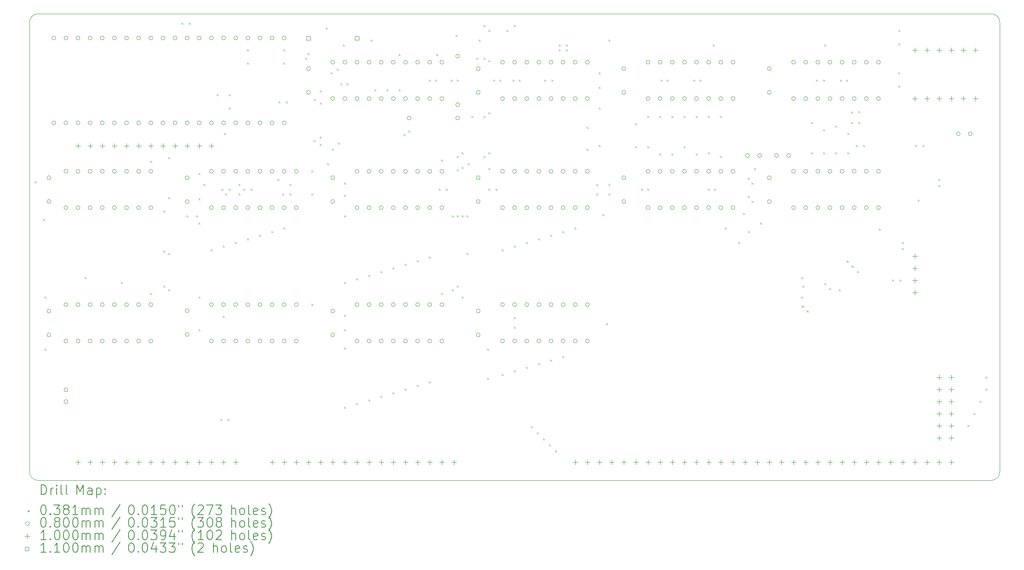
<source format=gbr>
%TF.GenerationSoftware,KiCad,Pcbnew,(7.0.0)*%
%TF.CreationDate,2023-09-24T17:49:01-07:00*%
%TF.ProjectId,peripheral_interface,70657269-7068-4657-9261-6c5f696e7465,rev?*%
%TF.SameCoordinates,Original*%
%TF.FileFunction,Drillmap*%
%TF.FilePolarity,Positive*%
%FSLAX45Y45*%
G04 Gerber Fmt 4.5, Leading zero omitted, Abs format (unit mm)*
G04 Created by KiCad (PCBNEW (7.0.0)) date 2023-09-24 17:49:01*
%MOMM*%
%LPD*%
G01*
G04 APERTURE LIST*
%ADD10C,0.050000*%
%ADD11C,0.200000*%
%ADD12C,0.038100*%
%ADD13C,0.080000*%
%ADD14C,0.100000*%
%ADD15C,0.110000*%
G04 APERTURE END LIST*
D10*
X5511800Y-4572000D02*
G75*
G03*
X5334000Y-4749800I0J-177800D01*
G01*
X5511800Y-4572000D02*
X25476200Y-4572000D01*
X5334000Y-14173200D02*
X5334000Y-4749800D01*
X25476200Y-14351000D02*
G75*
G03*
X25654000Y-14173200I0J177800D01*
G01*
X25476200Y-14351000D02*
X5511800Y-14351000D01*
X25654000Y-4749800D02*
X25654000Y-14173200D01*
X5334000Y-14173200D02*
G75*
G03*
X5511800Y-14351000I177800J0D01*
G01*
X25654000Y-4749800D02*
G75*
G03*
X25476200Y-4572000I-177800J0D01*
G01*
D11*
D12*
X5441950Y-8083550D02*
X5480050Y-8121650D01*
X5480050Y-8083550D02*
X5441950Y-8121650D01*
X5619750Y-8870950D02*
X5657850Y-8909050D01*
X5657850Y-8870950D02*
X5619750Y-8909050D01*
X5645150Y-10496550D02*
X5683250Y-10534650D01*
X5683250Y-10496550D02*
X5645150Y-10534650D01*
X5645150Y-11588750D02*
X5683250Y-11626850D01*
X5683250Y-11588750D02*
X5645150Y-11626850D01*
X6483350Y-10090150D02*
X6521450Y-10128250D01*
X6521450Y-10090150D02*
X6483350Y-10128250D01*
X7245350Y-10191750D02*
X7283450Y-10229850D01*
X7283450Y-10191750D02*
X7245350Y-10229850D01*
X7854950Y-7651750D02*
X7893050Y-7689850D01*
X7893050Y-7651750D02*
X7854950Y-7689850D01*
X7854950Y-10420350D02*
X7893050Y-10458450D01*
X7893050Y-10420350D02*
X7854950Y-10458450D01*
X8134350Y-8693150D02*
X8172450Y-8731250D01*
X8172450Y-8693150D02*
X8134350Y-8731250D01*
X8134350Y-9531350D02*
X8172450Y-9569450D01*
X8172450Y-9531350D02*
X8134350Y-9569450D01*
X8134350Y-10267950D02*
X8172450Y-10306050D01*
X8172450Y-10267950D02*
X8134350Y-10306050D01*
X8235950Y-7575550D02*
X8274050Y-7613650D01*
X8274050Y-7575550D02*
X8235950Y-7613650D01*
X8235950Y-8413750D02*
X8274050Y-8451850D01*
X8274050Y-8413750D02*
X8235950Y-8451850D01*
X8235950Y-9582150D02*
X8274050Y-9620250D01*
X8274050Y-9582150D02*
X8235950Y-9620250D01*
X8235950Y-10344150D02*
X8274050Y-10382250D01*
X8274050Y-10344150D02*
X8235950Y-10382250D01*
X8515350Y-4756150D02*
X8553450Y-4794250D01*
X8553450Y-4756150D02*
X8515350Y-4794250D01*
X8616950Y-8794750D02*
X8655050Y-8832850D01*
X8655050Y-8794750D02*
X8616950Y-8832850D01*
X8667750Y-4756150D02*
X8705850Y-4794250D01*
X8705850Y-4756150D02*
X8667750Y-4794250D01*
X8820150Y-8794750D02*
X8858250Y-8832850D01*
X8858250Y-8794750D02*
X8820150Y-8832850D01*
X8870950Y-7905750D02*
X8909050Y-7943850D01*
X8909050Y-7905750D02*
X8870950Y-7943850D01*
X8870950Y-8439150D02*
X8909050Y-8477250D01*
X8909050Y-8439150D02*
X8870950Y-8477250D01*
X8870950Y-8947150D02*
X8909050Y-8985250D01*
X8909050Y-8947150D02*
X8870950Y-8985250D01*
X8870950Y-10496550D02*
X8909050Y-10534650D01*
X8909050Y-10496550D02*
X8870950Y-10534650D01*
X8870950Y-11182350D02*
X8909050Y-11220450D01*
X8909050Y-11182350D02*
X8870950Y-11220450D01*
X8972550Y-8134350D02*
X9010650Y-8172450D01*
X9010650Y-8134350D02*
X8972550Y-8172450D01*
X9124950Y-9505950D02*
X9163050Y-9544050D01*
X9163050Y-9505950D02*
X9124950Y-9544050D01*
X9251950Y-6254750D02*
X9290050Y-6292850D01*
X9290050Y-6254750D02*
X9251950Y-6292850D01*
X9328150Y-13061950D02*
X9366250Y-13100050D01*
X9366250Y-13061950D02*
X9328150Y-13100050D01*
X9353550Y-8235950D02*
X9391650Y-8274050D01*
X9391650Y-8235950D02*
X9353550Y-8274050D01*
X9378950Y-9429750D02*
X9417050Y-9467850D01*
X9417050Y-9429750D02*
X9378950Y-9467850D01*
X9378950Y-10902950D02*
X9417050Y-10941050D01*
X9417050Y-10902950D02*
X9378950Y-10941050D01*
X9404350Y-7067550D02*
X9442450Y-7105650D01*
X9442450Y-7067550D02*
X9404350Y-7105650D01*
X9429750Y-8337550D02*
X9467850Y-8375650D01*
X9467850Y-8337550D02*
X9429750Y-8375650D01*
X9480550Y-13061950D02*
X9518650Y-13100050D01*
X9518650Y-13061950D02*
X9480550Y-13100050D01*
X9505950Y-6254750D02*
X9544050Y-6292850D01*
X9544050Y-6254750D02*
X9505950Y-6292850D01*
X9505950Y-6534150D02*
X9544050Y-6572250D01*
X9544050Y-6534150D02*
X9505950Y-6572250D01*
X9505950Y-8235950D02*
X9544050Y-8274050D01*
X9544050Y-8235950D02*
X9505950Y-8274050D01*
X9632950Y-9353550D02*
X9671050Y-9391650D01*
X9671050Y-9353550D02*
X9632950Y-9391650D01*
X9709150Y-8134350D02*
X9747250Y-8172450D01*
X9747250Y-8134350D02*
X9709150Y-8172450D01*
X9709150Y-8337550D02*
X9747250Y-8375650D01*
X9747250Y-8337550D02*
X9709150Y-8375650D01*
X9810750Y-8235950D02*
X9848850Y-8274050D01*
X9848850Y-8235950D02*
X9810750Y-8274050D01*
X9886950Y-5314950D02*
X9925050Y-5353050D01*
X9925050Y-5314950D02*
X9886950Y-5353050D01*
X9886950Y-5594350D02*
X9925050Y-5632450D01*
X9925050Y-5594350D02*
X9886950Y-5632450D01*
X9886950Y-9277350D02*
X9925050Y-9315450D01*
X9925050Y-9277350D02*
X9886950Y-9315450D01*
X9963150Y-8235950D02*
X10001250Y-8274050D01*
X10001250Y-8235950D02*
X9963150Y-8274050D01*
X10140950Y-9201150D02*
X10179050Y-9239250D01*
X10179050Y-9201150D02*
X10140950Y-9239250D01*
X10394950Y-9124950D02*
X10433050Y-9163050D01*
X10433050Y-9124950D02*
X10394950Y-9163050D01*
X10521950Y-8032750D02*
X10560050Y-8070850D01*
X10560050Y-8032750D02*
X10521950Y-8070850D01*
X10547350Y-6407150D02*
X10585450Y-6445250D01*
X10585450Y-6407150D02*
X10547350Y-6445250D01*
X10623550Y-8337550D02*
X10661650Y-8375650D01*
X10661650Y-8337550D02*
X10623550Y-8375650D01*
X10648950Y-5314950D02*
X10687050Y-5353050D01*
X10687050Y-5314950D02*
X10648950Y-5353050D01*
X10648950Y-5594350D02*
X10687050Y-5632450D01*
X10687050Y-5594350D02*
X10648950Y-5632450D01*
X10648950Y-9048750D02*
X10687050Y-9086850D01*
X10687050Y-9048750D02*
X10648950Y-9086850D01*
X10699750Y-6407150D02*
X10737850Y-6445250D01*
X10737850Y-6407150D02*
X10699750Y-6445250D01*
X10775950Y-8134350D02*
X10814050Y-8172450D01*
X10814050Y-8134350D02*
X10775950Y-8172450D01*
X10775950Y-8337550D02*
X10814050Y-8375650D01*
X10814050Y-8337550D02*
X10775950Y-8375650D01*
X11106150Y-5492750D02*
X11144250Y-5530850D01*
X11144250Y-5492750D02*
X11106150Y-5530850D01*
X11156950Y-5391150D02*
X11195050Y-5429250D01*
X11195050Y-5391150D02*
X11156950Y-5429250D01*
X11233150Y-7854950D02*
X11271250Y-7893050D01*
X11271250Y-7854950D02*
X11233150Y-7893050D01*
X11233150Y-8337550D02*
X11271250Y-8375650D01*
X11271250Y-8337550D02*
X11233150Y-8375650D01*
X11233150Y-10648950D02*
X11271250Y-10687050D01*
X11271250Y-10648950D02*
X11233150Y-10687050D01*
X11283950Y-6356350D02*
X11322050Y-6394450D01*
X11322050Y-6356350D02*
X11283950Y-6394450D01*
X11283950Y-7219950D02*
X11322050Y-7258050D01*
X11322050Y-7219950D02*
X11283950Y-7258050D01*
X11410950Y-6178550D02*
X11449050Y-6216650D01*
X11449050Y-6178550D02*
X11410950Y-6216650D01*
X11410950Y-6432550D02*
X11449050Y-6470650D01*
X11449050Y-6432550D02*
X11410950Y-6470650D01*
X11410950Y-7143750D02*
X11449050Y-7181850D01*
X11449050Y-7143750D02*
X11410950Y-7181850D01*
X11410950Y-7296150D02*
X11449050Y-7334250D01*
X11449050Y-7296150D02*
X11410950Y-7334250D01*
X11537950Y-4857750D02*
X11576050Y-4895850D01*
X11576050Y-4857750D02*
X11537950Y-4895850D01*
X11563350Y-7702550D02*
X11601450Y-7740650D01*
X11601450Y-7702550D02*
X11563350Y-7740650D01*
X11639550Y-5797550D02*
X11677650Y-5835650D01*
X11677650Y-5797550D02*
X11639550Y-5835650D01*
X11664950Y-7397750D02*
X11703050Y-7435850D01*
X11703050Y-7397750D02*
X11664950Y-7435850D01*
X11766550Y-5721350D02*
X11804650Y-5759450D01*
X11804650Y-5721350D02*
X11766550Y-5759450D01*
X11791950Y-7270750D02*
X11830050Y-7308850D01*
X11830050Y-7270750D02*
X11791950Y-7308850D01*
X11842750Y-6026150D02*
X11880850Y-6064250D01*
X11880850Y-6026150D02*
X11842750Y-6064250D01*
X11893550Y-5213350D02*
X11931650Y-5251450D01*
X11931650Y-5213350D02*
X11893550Y-5251450D01*
X11918950Y-8108950D02*
X11957050Y-8147050D01*
X11957050Y-8108950D02*
X11918950Y-8147050D01*
X11918950Y-8362950D02*
X11957050Y-8401050D01*
X11957050Y-8362950D02*
X11918950Y-8401050D01*
X11918950Y-8794750D02*
X11957050Y-8832850D01*
X11957050Y-8794750D02*
X11918950Y-8832850D01*
X11918950Y-10191750D02*
X11957050Y-10229850D01*
X11957050Y-10191750D02*
X11918950Y-10229850D01*
X11918950Y-10877550D02*
X11957050Y-10915650D01*
X11957050Y-10877550D02*
X11918950Y-10915650D01*
X11918950Y-11182350D02*
X11957050Y-11220450D01*
X11957050Y-11182350D02*
X11918950Y-11220450D01*
X11918950Y-11563350D02*
X11957050Y-11601450D01*
X11957050Y-11563350D02*
X11918950Y-11601450D01*
X11918950Y-12807950D02*
X11957050Y-12846050D01*
X11957050Y-12807950D02*
X11918950Y-12846050D01*
X11969750Y-6026150D02*
X12007850Y-6064250D01*
X12007850Y-6026150D02*
X11969750Y-6064250D01*
X12172950Y-10115550D02*
X12211050Y-10153650D01*
X12211050Y-10115550D02*
X12172950Y-10153650D01*
X12172950Y-12731750D02*
X12211050Y-12769850D01*
X12211050Y-12731750D02*
X12172950Y-12769850D01*
X12426950Y-10039350D02*
X12465050Y-10077450D01*
X12465050Y-10039350D02*
X12426950Y-10077450D01*
X12426950Y-12655550D02*
X12465050Y-12693650D01*
X12465050Y-12655550D02*
X12426950Y-12693650D01*
X12477750Y-5111750D02*
X12515850Y-5149850D01*
X12515850Y-5111750D02*
X12477750Y-5149850D01*
X12553950Y-6153150D02*
X12592050Y-6191250D01*
X12592050Y-6153150D02*
X12553950Y-6191250D01*
X12680950Y-9963150D02*
X12719050Y-10001250D01*
X12719050Y-9963150D02*
X12680950Y-10001250D01*
X12680950Y-12579350D02*
X12719050Y-12617450D01*
X12719050Y-12579350D02*
X12680950Y-12617450D01*
X12807950Y-6153150D02*
X12846050Y-6191250D01*
X12846050Y-6153150D02*
X12807950Y-6191250D01*
X12934950Y-9886950D02*
X12973050Y-9925050D01*
X12973050Y-9886950D02*
X12934950Y-9925050D01*
X12934950Y-12503150D02*
X12973050Y-12541250D01*
X12973050Y-12503150D02*
X12934950Y-12541250D01*
X13061950Y-5416550D02*
X13100050Y-5454650D01*
X13100050Y-5416550D02*
X13061950Y-5454650D01*
X13061950Y-6153150D02*
X13100050Y-6191250D01*
X13100050Y-6153150D02*
X13061950Y-6191250D01*
X13163550Y-7092950D02*
X13201650Y-7131050D01*
X13201650Y-7092950D02*
X13163550Y-7131050D01*
X13188950Y-9810750D02*
X13227050Y-9848850D01*
X13227050Y-9810750D02*
X13188950Y-9848850D01*
X13188950Y-12426950D02*
X13227050Y-12465050D01*
X13227050Y-12426950D02*
X13188950Y-12465050D01*
X13265150Y-7016750D02*
X13303250Y-7054850D01*
X13303250Y-7016750D02*
X13265150Y-7054850D01*
X13442950Y-9734550D02*
X13481050Y-9772650D01*
X13481050Y-9734550D02*
X13442950Y-9772650D01*
X13442950Y-12350750D02*
X13481050Y-12388850D01*
X13481050Y-12350750D02*
X13442950Y-12388850D01*
X13696950Y-5949950D02*
X13735050Y-5988050D01*
X13735050Y-5949950D02*
X13696950Y-5988050D01*
X13696950Y-9658350D02*
X13735050Y-9696450D01*
X13735050Y-9658350D02*
X13696950Y-9696450D01*
X13696950Y-12274550D02*
X13735050Y-12312650D01*
X13735050Y-12274550D02*
X13696950Y-12312650D01*
X13823950Y-5949950D02*
X13862050Y-5988050D01*
X13862050Y-5949950D02*
X13823950Y-5988050D01*
X13849350Y-5416550D02*
X13887450Y-5454650D01*
X13887450Y-5416550D02*
X13849350Y-5454650D01*
X13900150Y-8235950D02*
X13938250Y-8274050D01*
X13938250Y-8235950D02*
X13900150Y-8274050D01*
X13950950Y-7626350D02*
X13989050Y-7664450D01*
X13989050Y-7626350D02*
X13950950Y-7664450D01*
X13950950Y-10420350D02*
X13989050Y-10458450D01*
X13989050Y-10420350D02*
X13950950Y-10458450D01*
X14052550Y-8235950D02*
X14090650Y-8274050D01*
X14090650Y-8235950D02*
X14052550Y-8274050D01*
X14154150Y-5949950D02*
X14192250Y-5988050D01*
X14192250Y-5949950D02*
X14154150Y-5988050D01*
X14179550Y-8794750D02*
X14217650Y-8832850D01*
X14217650Y-8794750D02*
X14179550Y-8832850D01*
X14179550Y-10344150D02*
X14217650Y-10382250D01*
X14217650Y-10344150D02*
X14179550Y-10382250D01*
X14255750Y-5010150D02*
X14293850Y-5048250D01*
X14293850Y-5010150D02*
X14255750Y-5048250D01*
X14281150Y-5949950D02*
X14319250Y-5988050D01*
X14319250Y-5949950D02*
X14281150Y-5988050D01*
X14281150Y-7550150D02*
X14319250Y-7588250D01*
X14319250Y-7550150D02*
X14281150Y-7588250D01*
X14281150Y-7829550D02*
X14319250Y-7867650D01*
X14319250Y-7829550D02*
X14281150Y-7867650D01*
X14281150Y-8794750D02*
X14319250Y-8832850D01*
X14319250Y-8794750D02*
X14281150Y-8832850D01*
X14281150Y-10267950D02*
X14319250Y-10306050D01*
X14319250Y-10267950D02*
X14281150Y-10306050D01*
X14382750Y-7473950D02*
X14420850Y-7512050D01*
X14420850Y-7473950D02*
X14382750Y-7512050D01*
X14382750Y-7778750D02*
X14420850Y-7816850D01*
X14420850Y-7778750D02*
X14382750Y-7816850D01*
X14382750Y-8794750D02*
X14420850Y-8832850D01*
X14420850Y-8794750D02*
X14382750Y-8832850D01*
X14382750Y-10496550D02*
X14420850Y-10534650D01*
X14420850Y-10496550D02*
X14382750Y-10534650D01*
X14484350Y-8794750D02*
X14522450Y-8832850D01*
X14522450Y-8794750D02*
X14484350Y-8832850D01*
X14484350Y-9582150D02*
X14522450Y-9620250D01*
X14522450Y-9582150D02*
X14484350Y-9620250D01*
X14509750Y-7702550D02*
X14547850Y-7740650D01*
X14547850Y-7702550D02*
X14509750Y-7740650D01*
X14585950Y-6711950D02*
X14624050Y-6750050D01*
X14624050Y-6711950D02*
X14585950Y-6750050D01*
X14687550Y-5492750D02*
X14725650Y-5530850D01*
X14725650Y-5492750D02*
X14687550Y-5530850D01*
X14738350Y-5111750D02*
X14776450Y-5149850D01*
X14776450Y-5111750D02*
X14738350Y-5149850D01*
X14839950Y-4806950D02*
X14878050Y-4845050D01*
X14878050Y-4806950D02*
X14839950Y-4845050D01*
X14839950Y-5492750D02*
X14878050Y-5530850D01*
X14878050Y-5492750D02*
X14839950Y-5530850D01*
X14839950Y-6711950D02*
X14878050Y-6750050D01*
X14878050Y-6711950D02*
X14839950Y-6750050D01*
X14839950Y-7550150D02*
X14878050Y-7588250D01*
X14878050Y-7550150D02*
X14839950Y-7588250D01*
X14916150Y-11588750D02*
X14954250Y-11626850D01*
X14954250Y-11588750D02*
X14916150Y-11626850D01*
X14916150Y-12198350D02*
X14954250Y-12236450D01*
X14954250Y-12198350D02*
X14916150Y-12236450D01*
X14941550Y-4908550D02*
X14979650Y-4946650D01*
X14979650Y-4908550D02*
X14941550Y-4946650D01*
X14941550Y-5543550D02*
X14979650Y-5581650D01*
X14979650Y-5543550D02*
X14941550Y-5581650D01*
X14941550Y-6635750D02*
X14979650Y-6673850D01*
X14979650Y-6635750D02*
X14941550Y-6673850D01*
X14941550Y-7473950D02*
X14979650Y-7512050D01*
X14979650Y-7473950D02*
X14941550Y-7512050D01*
X14941550Y-7804150D02*
X14979650Y-7842250D01*
X14979650Y-7804150D02*
X14941550Y-7842250D01*
X14941550Y-8235950D02*
X14979650Y-8274050D01*
X14979650Y-8235950D02*
X14941550Y-8274050D01*
X15043150Y-5949950D02*
X15081250Y-5988050D01*
X15081250Y-5949950D02*
X15043150Y-5988050D01*
X15093950Y-8235950D02*
X15132050Y-8274050D01*
X15132050Y-8235950D02*
X15093950Y-8274050D01*
X15170150Y-5949950D02*
X15208250Y-5988050D01*
X15208250Y-5949950D02*
X15170150Y-5988050D01*
X15220950Y-9505950D02*
X15259050Y-9544050D01*
X15259050Y-9505950D02*
X15220950Y-9544050D01*
X15220950Y-12122150D02*
X15259050Y-12160250D01*
X15259050Y-12122150D02*
X15220950Y-12160250D01*
X15322550Y-4908550D02*
X15360650Y-4946650D01*
X15360650Y-4908550D02*
X15322550Y-4946650D01*
X15449550Y-5949950D02*
X15487650Y-5988050D01*
X15487650Y-5949950D02*
X15449550Y-5988050D01*
X15474950Y-4806950D02*
X15513050Y-4845050D01*
X15513050Y-4806950D02*
X15474950Y-4845050D01*
X15474950Y-9429750D02*
X15513050Y-9467850D01*
X15513050Y-9429750D02*
X15474950Y-9467850D01*
X15474950Y-10928350D02*
X15513050Y-10966450D01*
X15513050Y-10928350D02*
X15474950Y-10966450D01*
X15474950Y-11131550D02*
X15513050Y-11169650D01*
X15513050Y-11131550D02*
X15474950Y-11169650D01*
X15474950Y-12045950D02*
X15513050Y-12084050D01*
X15513050Y-12045950D02*
X15474950Y-12084050D01*
X15576550Y-5949950D02*
X15614650Y-5988050D01*
X15614650Y-5949950D02*
X15576550Y-5988050D01*
X15728950Y-9353550D02*
X15767050Y-9391650D01*
X15767050Y-9353550D02*
X15728950Y-9391650D01*
X15728950Y-11969750D02*
X15767050Y-12007850D01*
X15767050Y-11969750D02*
X15728950Y-12007850D01*
X15830550Y-13214350D02*
X15868650Y-13252450D01*
X15868650Y-13214350D02*
X15830550Y-13252450D01*
X15957550Y-13341350D02*
X15995650Y-13379450D01*
X15995650Y-13341350D02*
X15957550Y-13379450D01*
X15982950Y-9277350D02*
X16021050Y-9315450D01*
X16021050Y-9277350D02*
X15982950Y-9315450D01*
X15982950Y-11893550D02*
X16021050Y-11931650D01*
X16021050Y-11893550D02*
X15982950Y-11931650D01*
X16084550Y-13468350D02*
X16122650Y-13506450D01*
X16122650Y-13468350D02*
X16084550Y-13506450D01*
X16109950Y-5949950D02*
X16148050Y-5988050D01*
X16148050Y-5949950D02*
X16109950Y-5988050D01*
X16211550Y-13595350D02*
X16249650Y-13633450D01*
X16249650Y-13595350D02*
X16211550Y-13633450D01*
X16236950Y-9201150D02*
X16275050Y-9239250D01*
X16275050Y-9201150D02*
X16236950Y-9239250D01*
X16236950Y-11817350D02*
X16275050Y-11855450D01*
X16275050Y-11817350D02*
X16236950Y-11855450D01*
X16262350Y-5949950D02*
X16300450Y-5988050D01*
X16300450Y-5949950D02*
X16262350Y-5988050D01*
X16338550Y-13722350D02*
X16376650Y-13760450D01*
X16376650Y-13722350D02*
X16338550Y-13760450D01*
X16414750Y-5213350D02*
X16452850Y-5251450D01*
X16452850Y-5213350D02*
X16414750Y-5251450D01*
X16414750Y-5314950D02*
X16452850Y-5353050D01*
X16452850Y-5314950D02*
X16414750Y-5353050D01*
X16490950Y-9124950D02*
X16529050Y-9163050D01*
X16529050Y-9124950D02*
X16490950Y-9163050D01*
X16490950Y-11741150D02*
X16529050Y-11779250D01*
X16529050Y-11741150D02*
X16490950Y-11779250D01*
X16567150Y-5213350D02*
X16605250Y-5251450D01*
X16605250Y-5213350D02*
X16567150Y-5251450D01*
X16567150Y-5314950D02*
X16605250Y-5353050D01*
X16605250Y-5314950D02*
X16567150Y-5353050D01*
X16744950Y-9048750D02*
X16783050Y-9086850D01*
X16783050Y-9048750D02*
X16744950Y-9086850D01*
X16998950Y-6940550D02*
X17037050Y-6978650D01*
X17037050Y-6940550D02*
X16998950Y-6978650D01*
X16998950Y-7397750D02*
X17037050Y-7435850D01*
X17037050Y-7397750D02*
X16998950Y-7435850D01*
X17202150Y-8134350D02*
X17240250Y-8172450D01*
X17240250Y-8134350D02*
X17202150Y-8172450D01*
X17202150Y-8337550D02*
X17240250Y-8375650D01*
X17240250Y-8337550D02*
X17202150Y-8375650D01*
X17252950Y-5797550D02*
X17291050Y-5835650D01*
X17291050Y-5797550D02*
X17252950Y-5835650D01*
X17252950Y-6102350D02*
X17291050Y-6140450D01*
X17291050Y-6102350D02*
X17252950Y-6140450D01*
X17252950Y-6534150D02*
X17291050Y-6572250D01*
X17291050Y-6534150D02*
X17252950Y-6572250D01*
X17252950Y-7321550D02*
X17291050Y-7359650D01*
X17291050Y-7321550D02*
X17252950Y-7359650D01*
X17329150Y-8769350D02*
X17367250Y-8807450D01*
X17367250Y-8769350D02*
X17329150Y-8807450D01*
X17405350Y-11055350D02*
X17443450Y-11093450D01*
X17443450Y-11055350D02*
X17405350Y-11093450D01*
X17456150Y-5111750D02*
X17494250Y-5149850D01*
X17494250Y-5111750D02*
X17456150Y-5149850D01*
X17456150Y-8134350D02*
X17494250Y-8172450D01*
X17494250Y-8134350D02*
X17456150Y-8172450D01*
X17456150Y-8337550D02*
X17494250Y-8375650D01*
X17494250Y-8337550D02*
X17456150Y-8375650D01*
X18014950Y-6864350D02*
X18053050Y-6902450D01*
X18053050Y-6864350D02*
X18014950Y-6902450D01*
X18014950Y-7346950D02*
X18053050Y-7385050D01*
X18053050Y-7346950D02*
X18014950Y-7385050D01*
X18141950Y-8235950D02*
X18180050Y-8274050D01*
X18180050Y-8235950D02*
X18141950Y-8274050D01*
X18268950Y-6711950D02*
X18307050Y-6750050D01*
X18307050Y-6711950D02*
X18268950Y-6750050D01*
X18268950Y-7346950D02*
X18307050Y-7385050D01*
X18307050Y-7346950D02*
X18268950Y-7385050D01*
X18268950Y-8235950D02*
X18307050Y-8274050D01*
X18307050Y-8235950D02*
X18268950Y-8274050D01*
X18522950Y-6711950D02*
X18561050Y-6750050D01*
X18561050Y-6711950D02*
X18522950Y-6750050D01*
X18522950Y-7499350D02*
X18561050Y-7537450D01*
X18561050Y-7499350D02*
X18522950Y-7537450D01*
X18548350Y-5949950D02*
X18586450Y-5988050D01*
X18586450Y-5949950D02*
X18548350Y-5988050D01*
X18675350Y-5949950D02*
X18713450Y-5988050D01*
X18713450Y-5949950D02*
X18675350Y-5988050D01*
X18776950Y-6711950D02*
X18815050Y-6750050D01*
X18815050Y-6711950D02*
X18776950Y-6750050D01*
X18776950Y-7499350D02*
X18815050Y-7537450D01*
X18815050Y-7499350D02*
X18776950Y-7537450D01*
X19030950Y-6711950D02*
X19069050Y-6750050D01*
X19069050Y-6711950D02*
X19030950Y-6750050D01*
X19030950Y-7346950D02*
X19069050Y-7385050D01*
X19069050Y-7346950D02*
X19030950Y-7385050D01*
X19234150Y-5949950D02*
X19272250Y-5988050D01*
X19272250Y-5949950D02*
X19234150Y-5988050D01*
X19284950Y-6711950D02*
X19323050Y-6750050D01*
X19323050Y-6711950D02*
X19284950Y-6750050D01*
X19284950Y-7499350D02*
X19323050Y-7537450D01*
X19323050Y-7499350D02*
X19284950Y-7537450D01*
X19361150Y-5949950D02*
X19399250Y-5988050D01*
X19399250Y-5949950D02*
X19361150Y-5988050D01*
X19538950Y-6711950D02*
X19577050Y-6750050D01*
X19577050Y-6711950D02*
X19538950Y-6750050D01*
X19538950Y-7473950D02*
X19577050Y-7512050D01*
X19577050Y-7473950D02*
X19538950Y-7512050D01*
X19538950Y-8235950D02*
X19577050Y-8274050D01*
X19577050Y-8235950D02*
X19538950Y-8274050D01*
X19640550Y-5213350D02*
X19678650Y-5251450D01*
X19678650Y-5213350D02*
X19640550Y-5251450D01*
X19665950Y-8235950D02*
X19704050Y-8274050D01*
X19704050Y-8235950D02*
X19665950Y-8274050D01*
X19792950Y-6711950D02*
X19831050Y-6750050D01*
X19831050Y-6711950D02*
X19792950Y-6750050D01*
X19792950Y-7550150D02*
X19831050Y-7588250D01*
X19831050Y-7550150D02*
X19792950Y-7588250D01*
X19894550Y-9048750D02*
X19932650Y-9086850D01*
X19932650Y-9048750D02*
X19894550Y-9086850D01*
X20173950Y-9353550D02*
X20212050Y-9391650D01*
X20212050Y-9353550D02*
X20173950Y-9391650D01*
X20275550Y-8743950D02*
X20313650Y-8782050D01*
X20313650Y-8743950D02*
X20275550Y-8782050D01*
X20377150Y-8007350D02*
X20415250Y-8045450D01*
X20415250Y-8007350D02*
X20377150Y-8045450D01*
X20377150Y-8388350D02*
X20415250Y-8426450D01*
X20415250Y-8388350D02*
X20377150Y-8426450D01*
X20377150Y-9124950D02*
X20415250Y-9163050D01*
X20415250Y-9124950D02*
X20377150Y-9163050D01*
X20453350Y-8108950D02*
X20491450Y-8147050D01*
X20491450Y-8108950D02*
X20453350Y-8147050D01*
X20453350Y-8489950D02*
X20491450Y-8528050D01*
X20491450Y-8489950D02*
X20453350Y-8528050D01*
X20504150Y-7804150D02*
X20542250Y-7842250D01*
X20542250Y-7804150D02*
X20504150Y-7842250D01*
X20631150Y-8947150D02*
X20669250Y-8985250D01*
X20669250Y-8947150D02*
X20631150Y-8985250D01*
X21494750Y-10090150D02*
X21532850Y-10128250D01*
X21532850Y-10090150D02*
X21494750Y-10128250D01*
X21494750Y-10496550D02*
X21532850Y-10534650D01*
X21532850Y-10496550D02*
X21494750Y-10534650D01*
X21507450Y-10687050D02*
X21545550Y-10725150D01*
X21545550Y-10687050D02*
X21507450Y-10725150D01*
X21520150Y-10267950D02*
X21558250Y-10306050D01*
X21558250Y-10267950D02*
X21520150Y-10306050D01*
X21609050Y-10788650D02*
X21647150Y-10826750D01*
X21647150Y-10788650D02*
X21609050Y-10826750D01*
X21697950Y-6838950D02*
X21736050Y-6877050D01*
X21736050Y-6838950D02*
X21697950Y-6877050D01*
X21697950Y-7473950D02*
X21736050Y-7512050D01*
X21736050Y-7473950D02*
X21697950Y-7512050D01*
X21799550Y-5949950D02*
X21837650Y-5988050D01*
X21837650Y-5949950D02*
X21799550Y-5988050D01*
X21951950Y-5949950D02*
X21990050Y-5988050D01*
X21990050Y-5949950D02*
X21951950Y-5988050D01*
X21951950Y-6991350D02*
X21990050Y-7029450D01*
X21990050Y-6991350D02*
X21951950Y-7029450D01*
X21951950Y-7473950D02*
X21990050Y-7512050D01*
X21990050Y-7473950D02*
X21951950Y-7512050D01*
X21977350Y-5213350D02*
X22015450Y-5251450D01*
X22015450Y-5213350D02*
X21977350Y-5251450D01*
X21977350Y-10217150D02*
X22015450Y-10255250D01*
X22015450Y-10217150D02*
X21977350Y-10255250D01*
X22078950Y-10318750D02*
X22117050Y-10356850D01*
X22117050Y-10318750D02*
X22078950Y-10356850D01*
X22205950Y-6915150D02*
X22244050Y-6953250D01*
X22244050Y-6915150D02*
X22205950Y-6953250D01*
X22205950Y-7473950D02*
X22244050Y-7512050D01*
X22244050Y-7473950D02*
X22205950Y-7512050D01*
X22282150Y-10344150D02*
X22320250Y-10382250D01*
X22320250Y-10344150D02*
X22282150Y-10382250D01*
X22307550Y-5949950D02*
X22345650Y-5988050D01*
X22345650Y-5949950D02*
X22307550Y-5988050D01*
X22434550Y-5949950D02*
X22472650Y-5988050D01*
X22472650Y-5949950D02*
X22434550Y-5988050D01*
X22447250Y-9747250D02*
X22485350Y-9785350D01*
X22485350Y-9747250D02*
X22447250Y-9785350D01*
X22459950Y-7067550D02*
X22498050Y-7105650D01*
X22498050Y-7067550D02*
X22459950Y-7105650D01*
X22459950Y-7473950D02*
X22498050Y-7512050D01*
X22498050Y-7473950D02*
X22459950Y-7512050D01*
X22536150Y-6615800D02*
X22574250Y-6653900D01*
X22574250Y-6615800D02*
X22536150Y-6653900D01*
X22536150Y-6838950D02*
X22574250Y-6877050D01*
X22574250Y-6838950D02*
X22536150Y-6877050D01*
X22548850Y-9848850D02*
X22586950Y-9886950D01*
X22586950Y-9848850D02*
X22548850Y-9886950D01*
X22637750Y-7321550D02*
X22675850Y-7359650D01*
X22675850Y-7321550D02*
X22637750Y-7359650D01*
X22663150Y-9963150D02*
X22701250Y-10001250D01*
X22701250Y-9963150D02*
X22663150Y-10001250D01*
X22688550Y-6610350D02*
X22726650Y-6648450D01*
X22726650Y-6610350D02*
X22688550Y-6648450D01*
X22688550Y-6838950D02*
X22726650Y-6877050D01*
X22726650Y-6838950D02*
X22688550Y-6877050D01*
X22790150Y-7321550D02*
X22828250Y-7359650D01*
X22828250Y-7321550D02*
X22790150Y-7359650D01*
X23120350Y-9074150D02*
X23158450Y-9112250D01*
X23158450Y-9074150D02*
X23120350Y-9112250D01*
X23399750Y-10140950D02*
X23437850Y-10179050D01*
X23437850Y-10140950D02*
X23399750Y-10179050D01*
X23526750Y-4908550D02*
X23564850Y-4946650D01*
X23564850Y-4908550D02*
X23526750Y-4946650D01*
X23526750Y-5187950D02*
X23564850Y-5226050D01*
X23564850Y-5187950D02*
X23526750Y-5226050D01*
X23526750Y-5797550D02*
X23564850Y-5835650D01*
X23564850Y-5797550D02*
X23526750Y-5835650D01*
X23526750Y-6076950D02*
X23564850Y-6115050D01*
X23564850Y-6076950D02*
X23526750Y-6115050D01*
X23552150Y-10140950D02*
X23590250Y-10179050D01*
X23590250Y-10140950D02*
X23552150Y-10179050D01*
X23602950Y-9353550D02*
X23641050Y-9391650D01*
X23641050Y-9353550D02*
X23602950Y-9391650D01*
X23602950Y-9480550D02*
X23641050Y-9518650D01*
X23641050Y-9480550D02*
X23602950Y-9518650D01*
X23882350Y-7321550D02*
X23920450Y-7359650D01*
X23920450Y-7321550D02*
X23882350Y-7359650D01*
X23933150Y-8464550D02*
X23971250Y-8502650D01*
X23971250Y-8464550D02*
X23933150Y-8502650D01*
X24034750Y-7321550D02*
X24072850Y-7359650D01*
X24072850Y-7321550D02*
X24034750Y-7359650D01*
X24364950Y-8032750D02*
X24403050Y-8070850D01*
X24403050Y-8032750D02*
X24364950Y-8070850D01*
X24364950Y-8159750D02*
X24403050Y-8197850D01*
X24403050Y-8159750D02*
X24364950Y-8197850D01*
X24974550Y-13188950D02*
X25012650Y-13227050D01*
X25012650Y-13188950D02*
X24974550Y-13227050D01*
X25101550Y-12934950D02*
X25139650Y-12973050D01*
X25139650Y-12934950D02*
X25101550Y-12973050D01*
X25228550Y-12680950D02*
X25266650Y-12719050D01*
X25266650Y-12680950D02*
X25228550Y-12719050D01*
X25355550Y-12172950D02*
X25393650Y-12211050D01*
X25393650Y-12172950D02*
X25355550Y-12211050D01*
X25355550Y-12426950D02*
X25393650Y-12465050D01*
X25393650Y-12426950D02*
X25355550Y-12465050D01*
D13*
X5780400Y-8005000D02*
G75*
G03*
X5780400Y-8005000I-40000J0D01*
G01*
X5780400Y-8505000D02*
G75*
G03*
X5780400Y-8505000I-40000J0D01*
G01*
X5780400Y-10799000D02*
G75*
G03*
X5780400Y-10799000I-40000J0D01*
G01*
X5780400Y-11299000D02*
G75*
G03*
X5780400Y-11299000I-40000J0D01*
G01*
X5882000Y-5080000D02*
G75*
G03*
X5882000Y-5080000I-40000J0D01*
G01*
X5882000Y-6858000D02*
G75*
G03*
X5882000Y-6858000I-40000J0D01*
G01*
X6136000Y-5080000D02*
G75*
G03*
X6136000Y-5080000I-40000J0D01*
G01*
X6136000Y-6858000D02*
G75*
G03*
X6136000Y-6858000I-40000J0D01*
G01*
X6136000Y-7874000D02*
G75*
G03*
X6136000Y-7874000I-40000J0D01*
G01*
X6136000Y-8636000D02*
G75*
G03*
X6136000Y-8636000I-40000J0D01*
G01*
X6136000Y-10668000D02*
G75*
G03*
X6136000Y-10668000I-40000J0D01*
G01*
X6136000Y-11430000D02*
G75*
G03*
X6136000Y-11430000I-40000J0D01*
G01*
X6136000Y-12450000D02*
G75*
G03*
X6136000Y-12450000I-40000J0D01*
G01*
X6136000Y-12700000D02*
G75*
G03*
X6136000Y-12700000I-40000J0D01*
G01*
X6390000Y-5080000D02*
G75*
G03*
X6390000Y-5080000I-40000J0D01*
G01*
X6390000Y-6858000D02*
G75*
G03*
X6390000Y-6858000I-40000J0D01*
G01*
X6390000Y-7874000D02*
G75*
G03*
X6390000Y-7874000I-40000J0D01*
G01*
X6390000Y-8636000D02*
G75*
G03*
X6390000Y-8636000I-40000J0D01*
G01*
X6390000Y-10668000D02*
G75*
G03*
X6390000Y-10668000I-40000J0D01*
G01*
X6390000Y-11430000D02*
G75*
G03*
X6390000Y-11430000I-40000J0D01*
G01*
X6644000Y-5080000D02*
G75*
G03*
X6644000Y-5080000I-40000J0D01*
G01*
X6644000Y-6858000D02*
G75*
G03*
X6644000Y-6858000I-40000J0D01*
G01*
X6644000Y-7874000D02*
G75*
G03*
X6644000Y-7874000I-40000J0D01*
G01*
X6644000Y-8636000D02*
G75*
G03*
X6644000Y-8636000I-40000J0D01*
G01*
X6644000Y-10668000D02*
G75*
G03*
X6644000Y-10668000I-40000J0D01*
G01*
X6644000Y-11430000D02*
G75*
G03*
X6644000Y-11430000I-40000J0D01*
G01*
X6898000Y-5080000D02*
G75*
G03*
X6898000Y-5080000I-40000J0D01*
G01*
X6898000Y-6858000D02*
G75*
G03*
X6898000Y-6858000I-40000J0D01*
G01*
X6898000Y-7874000D02*
G75*
G03*
X6898000Y-7874000I-40000J0D01*
G01*
X6898000Y-8636000D02*
G75*
G03*
X6898000Y-8636000I-40000J0D01*
G01*
X6898000Y-10668000D02*
G75*
G03*
X6898000Y-10668000I-40000J0D01*
G01*
X6898000Y-11430000D02*
G75*
G03*
X6898000Y-11430000I-40000J0D01*
G01*
X7152000Y-5080000D02*
G75*
G03*
X7152000Y-5080000I-40000J0D01*
G01*
X7152000Y-6858000D02*
G75*
G03*
X7152000Y-6858000I-40000J0D01*
G01*
X7152000Y-7874000D02*
G75*
G03*
X7152000Y-7874000I-40000J0D01*
G01*
X7152000Y-8636000D02*
G75*
G03*
X7152000Y-8636000I-40000J0D01*
G01*
X7152000Y-10668000D02*
G75*
G03*
X7152000Y-10668000I-40000J0D01*
G01*
X7152000Y-11430000D02*
G75*
G03*
X7152000Y-11430000I-40000J0D01*
G01*
X7406000Y-5080000D02*
G75*
G03*
X7406000Y-5080000I-40000J0D01*
G01*
X7406000Y-6858000D02*
G75*
G03*
X7406000Y-6858000I-40000J0D01*
G01*
X7406000Y-7874000D02*
G75*
G03*
X7406000Y-7874000I-40000J0D01*
G01*
X7406000Y-8636000D02*
G75*
G03*
X7406000Y-8636000I-40000J0D01*
G01*
X7406000Y-10668000D02*
G75*
G03*
X7406000Y-10668000I-40000J0D01*
G01*
X7406000Y-11430000D02*
G75*
G03*
X7406000Y-11430000I-40000J0D01*
G01*
X7660000Y-5080000D02*
G75*
G03*
X7660000Y-5080000I-40000J0D01*
G01*
X7660000Y-6858000D02*
G75*
G03*
X7660000Y-6858000I-40000J0D01*
G01*
X7660000Y-7874000D02*
G75*
G03*
X7660000Y-7874000I-40000J0D01*
G01*
X7660000Y-8636000D02*
G75*
G03*
X7660000Y-8636000I-40000J0D01*
G01*
X7660000Y-10668000D02*
G75*
G03*
X7660000Y-10668000I-40000J0D01*
G01*
X7660000Y-11430000D02*
G75*
G03*
X7660000Y-11430000I-40000J0D01*
G01*
X7914000Y-5080000D02*
G75*
G03*
X7914000Y-5080000I-40000J0D01*
G01*
X7914000Y-6858000D02*
G75*
G03*
X7914000Y-6858000I-40000J0D01*
G01*
X7914000Y-7874000D02*
G75*
G03*
X7914000Y-7874000I-40000J0D01*
G01*
X7914000Y-8636000D02*
G75*
G03*
X7914000Y-8636000I-40000J0D01*
G01*
X7914000Y-10668000D02*
G75*
G03*
X7914000Y-10668000I-40000J0D01*
G01*
X7914000Y-11430000D02*
G75*
G03*
X7914000Y-11430000I-40000J0D01*
G01*
X8168000Y-5080000D02*
G75*
G03*
X8168000Y-5080000I-40000J0D01*
G01*
X8168000Y-6858000D02*
G75*
G03*
X8168000Y-6858000I-40000J0D01*
G01*
X8422000Y-5080000D02*
G75*
G03*
X8422000Y-5080000I-40000J0D01*
G01*
X8422000Y-6858000D02*
G75*
G03*
X8422000Y-6858000I-40000J0D01*
G01*
X8676000Y-5080000D02*
G75*
G03*
X8676000Y-5080000I-40000J0D01*
G01*
X8676000Y-6858000D02*
G75*
G03*
X8676000Y-6858000I-40000J0D01*
G01*
X8676000Y-8009000D02*
G75*
G03*
X8676000Y-8009000I-40000J0D01*
G01*
X8676000Y-8509000D02*
G75*
G03*
X8676000Y-8509000I-40000J0D01*
G01*
X8676000Y-10795000D02*
G75*
G03*
X8676000Y-10795000I-40000J0D01*
G01*
X8676000Y-11295000D02*
G75*
G03*
X8676000Y-11295000I-40000J0D01*
G01*
X8930000Y-5080000D02*
G75*
G03*
X8930000Y-5080000I-40000J0D01*
G01*
X8930000Y-6858000D02*
G75*
G03*
X8930000Y-6858000I-40000J0D01*
G01*
X9184000Y-5080000D02*
G75*
G03*
X9184000Y-5080000I-40000J0D01*
G01*
X9184000Y-6858000D02*
G75*
G03*
X9184000Y-6858000I-40000J0D01*
G01*
X9184000Y-7874000D02*
G75*
G03*
X9184000Y-7874000I-40000J0D01*
G01*
X9184000Y-8636000D02*
G75*
G03*
X9184000Y-8636000I-40000J0D01*
G01*
X9184000Y-10668000D02*
G75*
G03*
X9184000Y-10668000I-40000J0D01*
G01*
X9184000Y-11430000D02*
G75*
G03*
X9184000Y-11430000I-40000J0D01*
G01*
X9438000Y-5080000D02*
G75*
G03*
X9438000Y-5080000I-40000J0D01*
G01*
X9438000Y-6858000D02*
G75*
G03*
X9438000Y-6858000I-40000J0D01*
G01*
X9438000Y-7874000D02*
G75*
G03*
X9438000Y-7874000I-40000J0D01*
G01*
X9438000Y-8636000D02*
G75*
G03*
X9438000Y-8636000I-40000J0D01*
G01*
X9438000Y-10668000D02*
G75*
G03*
X9438000Y-10668000I-40000J0D01*
G01*
X9438000Y-11430000D02*
G75*
G03*
X9438000Y-11430000I-40000J0D01*
G01*
X9692000Y-5080000D02*
G75*
G03*
X9692000Y-5080000I-40000J0D01*
G01*
X9692000Y-6858000D02*
G75*
G03*
X9692000Y-6858000I-40000J0D01*
G01*
X9692000Y-7874000D02*
G75*
G03*
X9692000Y-7874000I-40000J0D01*
G01*
X9692000Y-8636000D02*
G75*
G03*
X9692000Y-8636000I-40000J0D01*
G01*
X9692000Y-10668000D02*
G75*
G03*
X9692000Y-10668000I-40000J0D01*
G01*
X9692000Y-11430000D02*
G75*
G03*
X9692000Y-11430000I-40000J0D01*
G01*
X9946000Y-5080000D02*
G75*
G03*
X9946000Y-5080000I-40000J0D01*
G01*
X9946000Y-6858000D02*
G75*
G03*
X9946000Y-6858000I-40000J0D01*
G01*
X9946000Y-7874000D02*
G75*
G03*
X9946000Y-7874000I-40000J0D01*
G01*
X9946000Y-8636000D02*
G75*
G03*
X9946000Y-8636000I-40000J0D01*
G01*
X9946000Y-10668000D02*
G75*
G03*
X9946000Y-10668000I-40000J0D01*
G01*
X9946000Y-11430000D02*
G75*
G03*
X9946000Y-11430000I-40000J0D01*
G01*
X10200000Y-5080000D02*
G75*
G03*
X10200000Y-5080000I-40000J0D01*
G01*
X10200000Y-6858000D02*
G75*
G03*
X10200000Y-6858000I-40000J0D01*
G01*
X10200000Y-7874000D02*
G75*
G03*
X10200000Y-7874000I-40000J0D01*
G01*
X10200000Y-8636000D02*
G75*
G03*
X10200000Y-8636000I-40000J0D01*
G01*
X10200000Y-10668000D02*
G75*
G03*
X10200000Y-10668000I-40000J0D01*
G01*
X10200000Y-11430000D02*
G75*
G03*
X10200000Y-11430000I-40000J0D01*
G01*
X10454000Y-5080000D02*
G75*
G03*
X10454000Y-5080000I-40000J0D01*
G01*
X10454000Y-6858000D02*
G75*
G03*
X10454000Y-6858000I-40000J0D01*
G01*
X10454000Y-7874000D02*
G75*
G03*
X10454000Y-7874000I-40000J0D01*
G01*
X10454000Y-8636000D02*
G75*
G03*
X10454000Y-8636000I-40000J0D01*
G01*
X10454000Y-10668000D02*
G75*
G03*
X10454000Y-10668000I-40000J0D01*
G01*
X10454000Y-11430000D02*
G75*
G03*
X10454000Y-11430000I-40000J0D01*
G01*
X10708000Y-5080000D02*
G75*
G03*
X10708000Y-5080000I-40000J0D01*
G01*
X10708000Y-6858000D02*
G75*
G03*
X10708000Y-6858000I-40000J0D01*
G01*
X10708000Y-7874000D02*
G75*
G03*
X10708000Y-7874000I-40000J0D01*
G01*
X10708000Y-8636000D02*
G75*
G03*
X10708000Y-8636000I-40000J0D01*
G01*
X10708000Y-10668000D02*
G75*
G03*
X10708000Y-10668000I-40000J0D01*
G01*
X10708000Y-11430000D02*
G75*
G03*
X10708000Y-11430000I-40000J0D01*
G01*
X10962000Y-7874000D02*
G75*
G03*
X10962000Y-7874000I-40000J0D01*
G01*
X10962000Y-8636000D02*
G75*
G03*
X10962000Y-8636000I-40000J0D01*
G01*
X10962000Y-10668000D02*
G75*
G03*
X10962000Y-10668000I-40000J0D01*
G01*
X10962000Y-11430000D02*
G75*
G03*
X10962000Y-11430000I-40000J0D01*
G01*
X11216000Y-5719000D02*
G75*
G03*
X11216000Y-5719000I-40000J0D01*
G01*
X11216000Y-6219000D02*
G75*
G03*
X11216000Y-6219000I-40000J0D01*
G01*
X11724000Y-5588000D02*
G75*
G03*
X11724000Y-5588000I-40000J0D01*
G01*
X11724000Y-6350000D02*
G75*
G03*
X11724000Y-6350000I-40000J0D01*
G01*
X11724000Y-8005000D02*
G75*
G03*
X11724000Y-8005000I-40000J0D01*
G01*
X11724000Y-8505000D02*
G75*
G03*
X11724000Y-8505000I-40000J0D01*
G01*
X11724000Y-10799000D02*
G75*
G03*
X11724000Y-10799000I-40000J0D01*
G01*
X11724000Y-11299000D02*
G75*
G03*
X11724000Y-11299000I-40000J0D01*
G01*
X11978000Y-5588000D02*
G75*
G03*
X11978000Y-5588000I-40000J0D01*
G01*
X11978000Y-6350000D02*
G75*
G03*
X11978000Y-6350000I-40000J0D01*
G01*
X12232000Y-5588000D02*
G75*
G03*
X12232000Y-5588000I-40000J0D01*
G01*
X12232000Y-6350000D02*
G75*
G03*
X12232000Y-6350000I-40000J0D01*
G01*
X12232000Y-7874000D02*
G75*
G03*
X12232000Y-7874000I-40000J0D01*
G01*
X12232000Y-8636000D02*
G75*
G03*
X12232000Y-8636000I-40000J0D01*
G01*
X12232000Y-10667000D02*
G75*
G03*
X12232000Y-10667000I-40000J0D01*
G01*
X12232000Y-11429000D02*
G75*
G03*
X12232000Y-11429000I-40000J0D01*
G01*
X12486000Y-5588000D02*
G75*
G03*
X12486000Y-5588000I-40000J0D01*
G01*
X12486000Y-6350000D02*
G75*
G03*
X12486000Y-6350000I-40000J0D01*
G01*
X12486000Y-7874000D02*
G75*
G03*
X12486000Y-7874000I-40000J0D01*
G01*
X12486000Y-8636000D02*
G75*
G03*
X12486000Y-8636000I-40000J0D01*
G01*
X12486000Y-10667000D02*
G75*
G03*
X12486000Y-10667000I-40000J0D01*
G01*
X12486000Y-11429000D02*
G75*
G03*
X12486000Y-11429000I-40000J0D01*
G01*
X12740000Y-5588000D02*
G75*
G03*
X12740000Y-5588000I-40000J0D01*
G01*
X12740000Y-6350000D02*
G75*
G03*
X12740000Y-6350000I-40000J0D01*
G01*
X12740000Y-7874000D02*
G75*
G03*
X12740000Y-7874000I-40000J0D01*
G01*
X12740000Y-8636000D02*
G75*
G03*
X12740000Y-8636000I-40000J0D01*
G01*
X12740000Y-10667000D02*
G75*
G03*
X12740000Y-10667000I-40000J0D01*
G01*
X12740000Y-11429000D02*
G75*
G03*
X12740000Y-11429000I-40000J0D01*
G01*
X12994000Y-5588000D02*
G75*
G03*
X12994000Y-5588000I-40000J0D01*
G01*
X12994000Y-6350000D02*
G75*
G03*
X12994000Y-6350000I-40000J0D01*
G01*
X12994000Y-7874000D02*
G75*
G03*
X12994000Y-7874000I-40000J0D01*
G01*
X12994000Y-8636000D02*
G75*
G03*
X12994000Y-8636000I-40000J0D01*
G01*
X12994000Y-10667000D02*
G75*
G03*
X12994000Y-10667000I-40000J0D01*
G01*
X12994000Y-11429000D02*
G75*
G03*
X12994000Y-11429000I-40000J0D01*
G01*
X13248000Y-5588000D02*
G75*
G03*
X13248000Y-5588000I-40000J0D01*
G01*
X13248000Y-6350000D02*
G75*
G03*
X13248000Y-6350000I-40000J0D01*
G01*
X13248000Y-7874000D02*
G75*
G03*
X13248000Y-7874000I-40000J0D01*
G01*
X13248000Y-8636000D02*
G75*
G03*
X13248000Y-8636000I-40000J0D01*
G01*
X13248000Y-10667000D02*
G75*
G03*
X13248000Y-10667000I-40000J0D01*
G01*
X13248000Y-11429000D02*
G75*
G03*
X13248000Y-11429000I-40000J0D01*
G01*
X13324200Y-6756400D02*
G75*
G03*
X13324200Y-6756400I-40000J0D01*
G01*
X13502000Y-5588000D02*
G75*
G03*
X13502000Y-5588000I-40000J0D01*
G01*
X13502000Y-6350000D02*
G75*
G03*
X13502000Y-6350000I-40000J0D01*
G01*
X13502000Y-7874000D02*
G75*
G03*
X13502000Y-7874000I-40000J0D01*
G01*
X13502000Y-8636000D02*
G75*
G03*
X13502000Y-8636000I-40000J0D01*
G01*
X13502000Y-10667000D02*
G75*
G03*
X13502000Y-10667000I-40000J0D01*
G01*
X13502000Y-11429000D02*
G75*
G03*
X13502000Y-11429000I-40000J0D01*
G01*
X13756000Y-5588000D02*
G75*
G03*
X13756000Y-5588000I-40000J0D01*
G01*
X13756000Y-6350000D02*
G75*
G03*
X13756000Y-6350000I-40000J0D01*
G01*
X13756000Y-7874000D02*
G75*
G03*
X13756000Y-7874000I-40000J0D01*
G01*
X13756000Y-8636000D02*
G75*
G03*
X13756000Y-8636000I-40000J0D01*
G01*
X13756000Y-10667000D02*
G75*
G03*
X13756000Y-10667000I-40000J0D01*
G01*
X13756000Y-11429000D02*
G75*
G03*
X13756000Y-11429000I-40000J0D01*
G01*
X14010000Y-5588000D02*
G75*
G03*
X14010000Y-5588000I-40000J0D01*
G01*
X14010000Y-6350000D02*
G75*
G03*
X14010000Y-6350000I-40000J0D01*
G01*
X14010000Y-7874000D02*
G75*
G03*
X14010000Y-7874000I-40000J0D01*
G01*
X14010000Y-8636000D02*
G75*
G03*
X14010000Y-8636000I-40000J0D01*
G01*
X14010000Y-10667000D02*
G75*
G03*
X14010000Y-10667000I-40000J0D01*
G01*
X14010000Y-11429000D02*
G75*
G03*
X14010000Y-11429000I-40000J0D01*
G01*
X14340200Y-5461000D02*
G75*
G03*
X14340200Y-5461000I-40000J0D01*
G01*
X14340200Y-6477000D02*
G75*
G03*
X14340200Y-6477000I-40000J0D01*
G01*
X14340200Y-6756400D02*
G75*
G03*
X14340200Y-6756400I-40000J0D01*
G01*
X14772000Y-5719000D02*
G75*
G03*
X14772000Y-5719000I-40000J0D01*
G01*
X14772000Y-6219000D02*
G75*
G03*
X14772000Y-6219000I-40000J0D01*
G01*
X14772000Y-8005000D02*
G75*
G03*
X14772000Y-8005000I-40000J0D01*
G01*
X14772000Y-8505000D02*
G75*
G03*
X14772000Y-8505000I-40000J0D01*
G01*
X14772000Y-10799000D02*
G75*
G03*
X14772000Y-10799000I-40000J0D01*
G01*
X14772000Y-11299000D02*
G75*
G03*
X14772000Y-11299000I-40000J0D01*
G01*
X15280000Y-5588000D02*
G75*
G03*
X15280000Y-5588000I-40000J0D01*
G01*
X15280000Y-6350000D02*
G75*
G03*
X15280000Y-6350000I-40000J0D01*
G01*
X15280000Y-7874000D02*
G75*
G03*
X15280000Y-7874000I-40000J0D01*
G01*
X15280000Y-8636000D02*
G75*
G03*
X15280000Y-8636000I-40000J0D01*
G01*
X15280000Y-10668000D02*
G75*
G03*
X15280000Y-10668000I-40000J0D01*
G01*
X15280000Y-11430000D02*
G75*
G03*
X15280000Y-11430000I-40000J0D01*
G01*
X15534000Y-5588000D02*
G75*
G03*
X15534000Y-5588000I-40000J0D01*
G01*
X15534000Y-6350000D02*
G75*
G03*
X15534000Y-6350000I-40000J0D01*
G01*
X15534000Y-7874000D02*
G75*
G03*
X15534000Y-7874000I-40000J0D01*
G01*
X15534000Y-8636000D02*
G75*
G03*
X15534000Y-8636000I-40000J0D01*
G01*
X15534000Y-10668000D02*
G75*
G03*
X15534000Y-10668000I-40000J0D01*
G01*
X15534000Y-11430000D02*
G75*
G03*
X15534000Y-11430000I-40000J0D01*
G01*
X15788000Y-5588000D02*
G75*
G03*
X15788000Y-5588000I-40000J0D01*
G01*
X15788000Y-6350000D02*
G75*
G03*
X15788000Y-6350000I-40000J0D01*
G01*
X15788000Y-7874000D02*
G75*
G03*
X15788000Y-7874000I-40000J0D01*
G01*
X15788000Y-8636000D02*
G75*
G03*
X15788000Y-8636000I-40000J0D01*
G01*
X15788000Y-10668000D02*
G75*
G03*
X15788000Y-10668000I-40000J0D01*
G01*
X15788000Y-11430000D02*
G75*
G03*
X15788000Y-11430000I-40000J0D01*
G01*
X16042000Y-5588000D02*
G75*
G03*
X16042000Y-5588000I-40000J0D01*
G01*
X16042000Y-6350000D02*
G75*
G03*
X16042000Y-6350000I-40000J0D01*
G01*
X16042000Y-7874000D02*
G75*
G03*
X16042000Y-7874000I-40000J0D01*
G01*
X16042000Y-8636000D02*
G75*
G03*
X16042000Y-8636000I-40000J0D01*
G01*
X16042000Y-10668000D02*
G75*
G03*
X16042000Y-10668000I-40000J0D01*
G01*
X16042000Y-11430000D02*
G75*
G03*
X16042000Y-11430000I-40000J0D01*
G01*
X16296000Y-5588000D02*
G75*
G03*
X16296000Y-5588000I-40000J0D01*
G01*
X16296000Y-6350000D02*
G75*
G03*
X16296000Y-6350000I-40000J0D01*
G01*
X16296000Y-7874000D02*
G75*
G03*
X16296000Y-7874000I-40000J0D01*
G01*
X16296000Y-8636000D02*
G75*
G03*
X16296000Y-8636000I-40000J0D01*
G01*
X16296000Y-10668000D02*
G75*
G03*
X16296000Y-10668000I-40000J0D01*
G01*
X16296000Y-11430000D02*
G75*
G03*
X16296000Y-11430000I-40000J0D01*
G01*
X16550000Y-5588000D02*
G75*
G03*
X16550000Y-5588000I-40000J0D01*
G01*
X16550000Y-6350000D02*
G75*
G03*
X16550000Y-6350000I-40000J0D01*
G01*
X16550000Y-7874000D02*
G75*
G03*
X16550000Y-7874000I-40000J0D01*
G01*
X16550000Y-8636000D02*
G75*
G03*
X16550000Y-8636000I-40000J0D01*
G01*
X16550000Y-10668000D02*
G75*
G03*
X16550000Y-10668000I-40000J0D01*
G01*
X16550000Y-11430000D02*
G75*
G03*
X16550000Y-11430000I-40000J0D01*
G01*
X16804000Y-5588000D02*
G75*
G03*
X16804000Y-5588000I-40000J0D01*
G01*
X16804000Y-6350000D02*
G75*
G03*
X16804000Y-6350000I-40000J0D01*
G01*
X16804000Y-7874000D02*
G75*
G03*
X16804000Y-7874000I-40000J0D01*
G01*
X16804000Y-8636000D02*
G75*
G03*
X16804000Y-8636000I-40000J0D01*
G01*
X16804000Y-10668000D02*
G75*
G03*
X16804000Y-10668000I-40000J0D01*
G01*
X16804000Y-11430000D02*
G75*
G03*
X16804000Y-11430000I-40000J0D01*
G01*
X17058000Y-5588000D02*
G75*
G03*
X17058000Y-5588000I-40000J0D01*
G01*
X17058000Y-6350000D02*
G75*
G03*
X17058000Y-6350000I-40000J0D01*
G01*
X17058000Y-7874000D02*
G75*
G03*
X17058000Y-7874000I-40000J0D01*
G01*
X17058000Y-8636000D02*
G75*
G03*
X17058000Y-8636000I-40000J0D01*
G01*
X17058000Y-10668000D02*
G75*
G03*
X17058000Y-10668000I-40000J0D01*
G01*
X17058000Y-11430000D02*
G75*
G03*
X17058000Y-11430000I-40000J0D01*
G01*
X17820000Y-5719000D02*
G75*
G03*
X17820000Y-5719000I-40000J0D01*
G01*
X17820000Y-6219000D02*
G75*
G03*
X17820000Y-6219000I-40000J0D01*
G01*
X17820000Y-8005000D02*
G75*
G03*
X17820000Y-8005000I-40000J0D01*
G01*
X17820000Y-8505000D02*
G75*
G03*
X17820000Y-8505000I-40000J0D01*
G01*
X18328000Y-5588000D02*
G75*
G03*
X18328000Y-5588000I-40000J0D01*
G01*
X18328000Y-6350000D02*
G75*
G03*
X18328000Y-6350000I-40000J0D01*
G01*
X18328000Y-7874000D02*
G75*
G03*
X18328000Y-7874000I-40000J0D01*
G01*
X18328000Y-8636000D02*
G75*
G03*
X18328000Y-8636000I-40000J0D01*
G01*
X18582000Y-5588000D02*
G75*
G03*
X18582000Y-5588000I-40000J0D01*
G01*
X18582000Y-6350000D02*
G75*
G03*
X18582000Y-6350000I-40000J0D01*
G01*
X18582000Y-7874000D02*
G75*
G03*
X18582000Y-7874000I-40000J0D01*
G01*
X18582000Y-8636000D02*
G75*
G03*
X18582000Y-8636000I-40000J0D01*
G01*
X18836000Y-5588000D02*
G75*
G03*
X18836000Y-5588000I-40000J0D01*
G01*
X18836000Y-6350000D02*
G75*
G03*
X18836000Y-6350000I-40000J0D01*
G01*
X18836000Y-7874000D02*
G75*
G03*
X18836000Y-7874000I-40000J0D01*
G01*
X18836000Y-8636000D02*
G75*
G03*
X18836000Y-8636000I-40000J0D01*
G01*
X19090000Y-5588000D02*
G75*
G03*
X19090000Y-5588000I-40000J0D01*
G01*
X19090000Y-6350000D02*
G75*
G03*
X19090000Y-6350000I-40000J0D01*
G01*
X19090000Y-7874000D02*
G75*
G03*
X19090000Y-7874000I-40000J0D01*
G01*
X19090000Y-8636000D02*
G75*
G03*
X19090000Y-8636000I-40000J0D01*
G01*
X19344000Y-5588000D02*
G75*
G03*
X19344000Y-5588000I-40000J0D01*
G01*
X19344000Y-6350000D02*
G75*
G03*
X19344000Y-6350000I-40000J0D01*
G01*
X19344000Y-7874000D02*
G75*
G03*
X19344000Y-7874000I-40000J0D01*
G01*
X19344000Y-8636000D02*
G75*
G03*
X19344000Y-8636000I-40000J0D01*
G01*
X19598000Y-5588000D02*
G75*
G03*
X19598000Y-5588000I-40000J0D01*
G01*
X19598000Y-6350000D02*
G75*
G03*
X19598000Y-6350000I-40000J0D01*
G01*
X19598000Y-7874000D02*
G75*
G03*
X19598000Y-7874000I-40000J0D01*
G01*
X19598000Y-8636000D02*
G75*
G03*
X19598000Y-8636000I-40000J0D01*
G01*
X19852000Y-5588000D02*
G75*
G03*
X19852000Y-5588000I-40000J0D01*
G01*
X19852000Y-6350000D02*
G75*
G03*
X19852000Y-6350000I-40000J0D01*
G01*
X19852000Y-7874000D02*
G75*
G03*
X19852000Y-7874000I-40000J0D01*
G01*
X19852000Y-8636000D02*
G75*
G03*
X19852000Y-8636000I-40000J0D01*
G01*
X20106000Y-5588000D02*
G75*
G03*
X20106000Y-5588000I-40000J0D01*
G01*
X20106000Y-6350000D02*
G75*
G03*
X20106000Y-6350000I-40000J0D01*
G01*
X20106000Y-7874000D02*
G75*
G03*
X20106000Y-7874000I-40000J0D01*
G01*
X20106000Y-8636000D02*
G75*
G03*
X20106000Y-8636000I-40000J0D01*
G01*
X20410800Y-7543800D02*
G75*
G03*
X20410800Y-7543800I-40000J0D01*
G01*
X20664800Y-7543800D02*
G75*
G03*
X20664800Y-7543800I-40000J0D01*
G01*
X20868000Y-5719000D02*
G75*
G03*
X20868000Y-5719000I-40000J0D01*
G01*
X20868000Y-6219000D02*
G75*
G03*
X20868000Y-6219000I-40000J0D01*
G01*
X20868000Y-8009000D02*
G75*
G03*
X20868000Y-8009000I-40000J0D01*
G01*
X20868000Y-8509000D02*
G75*
G03*
X20868000Y-8509000I-40000J0D01*
G01*
X21020400Y-7543800D02*
G75*
G03*
X21020400Y-7543800I-40000J0D01*
G01*
X21274400Y-7543800D02*
G75*
G03*
X21274400Y-7543800I-40000J0D01*
G01*
X21376000Y-5588000D02*
G75*
G03*
X21376000Y-5588000I-40000J0D01*
G01*
X21376000Y-6350000D02*
G75*
G03*
X21376000Y-6350000I-40000J0D01*
G01*
X21376000Y-7874000D02*
G75*
G03*
X21376000Y-7874000I-40000J0D01*
G01*
X21376000Y-8636000D02*
G75*
G03*
X21376000Y-8636000I-40000J0D01*
G01*
X21630000Y-5588000D02*
G75*
G03*
X21630000Y-5588000I-40000J0D01*
G01*
X21630000Y-6350000D02*
G75*
G03*
X21630000Y-6350000I-40000J0D01*
G01*
X21630000Y-7874000D02*
G75*
G03*
X21630000Y-7874000I-40000J0D01*
G01*
X21630000Y-8636000D02*
G75*
G03*
X21630000Y-8636000I-40000J0D01*
G01*
X21884000Y-5588000D02*
G75*
G03*
X21884000Y-5588000I-40000J0D01*
G01*
X21884000Y-6350000D02*
G75*
G03*
X21884000Y-6350000I-40000J0D01*
G01*
X21884000Y-7874000D02*
G75*
G03*
X21884000Y-7874000I-40000J0D01*
G01*
X21884000Y-8636000D02*
G75*
G03*
X21884000Y-8636000I-40000J0D01*
G01*
X22138000Y-5588000D02*
G75*
G03*
X22138000Y-5588000I-40000J0D01*
G01*
X22138000Y-6350000D02*
G75*
G03*
X22138000Y-6350000I-40000J0D01*
G01*
X22138000Y-7874000D02*
G75*
G03*
X22138000Y-7874000I-40000J0D01*
G01*
X22138000Y-8636000D02*
G75*
G03*
X22138000Y-8636000I-40000J0D01*
G01*
X22392000Y-5588000D02*
G75*
G03*
X22392000Y-5588000I-40000J0D01*
G01*
X22392000Y-6350000D02*
G75*
G03*
X22392000Y-6350000I-40000J0D01*
G01*
X22392000Y-7874000D02*
G75*
G03*
X22392000Y-7874000I-40000J0D01*
G01*
X22392000Y-8636000D02*
G75*
G03*
X22392000Y-8636000I-40000J0D01*
G01*
X22646000Y-5588000D02*
G75*
G03*
X22646000Y-5588000I-40000J0D01*
G01*
X22646000Y-6350000D02*
G75*
G03*
X22646000Y-6350000I-40000J0D01*
G01*
X22646000Y-7874000D02*
G75*
G03*
X22646000Y-7874000I-40000J0D01*
G01*
X22646000Y-8636000D02*
G75*
G03*
X22646000Y-8636000I-40000J0D01*
G01*
X22900000Y-5588000D02*
G75*
G03*
X22900000Y-5588000I-40000J0D01*
G01*
X22900000Y-6350000D02*
G75*
G03*
X22900000Y-6350000I-40000J0D01*
G01*
X22900000Y-7874000D02*
G75*
G03*
X22900000Y-7874000I-40000J0D01*
G01*
X22900000Y-8636000D02*
G75*
G03*
X22900000Y-8636000I-40000J0D01*
G01*
X23154000Y-5588000D02*
G75*
G03*
X23154000Y-5588000I-40000J0D01*
G01*
X23154000Y-6350000D02*
G75*
G03*
X23154000Y-6350000I-40000J0D01*
G01*
X23154000Y-7874000D02*
G75*
G03*
X23154000Y-7874000I-40000J0D01*
G01*
X23154000Y-8636000D02*
G75*
G03*
X23154000Y-8636000I-40000J0D01*
G01*
X24825638Y-7086600D02*
G75*
G03*
X24825638Y-7086600I-40000J0D01*
G01*
X25075638Y-7086600D02*
G75*
G03*
X25075638Y-7086600I-40000J0D01*
G01*
D14*
X6350000Y-7288100D02*
X6350000Y-7388100D01*
X6300000Y-7338100D02*
X6400000Y-7338100D01*
X6350000Y-13920000D02*
X6350000Y-14020000D01*
X6300000Y-13970000D02*
X6400000Y-13970000D01*
X6604000Y-7288100D02*
X6604000Y-7388100D01*
X6554000Y-7338100D02*
X6654000Y-7338100D01*
X6604000Y-13920000D02*
X6604000Y-14020000D01*
X6554000Y-13970000D02*
X6654000Y-13970000D01*
X6858000Y-7288100D02*
X6858000Y-7388100D01*
X6808000Y-7338100D02*
X6908000Y-7338100D01*
X6858000Y-13920000D02*
X6858000Y-14020000D01*
X6808000Y-13970000D02*
X6908000Y-13970000D01*
X7112000Y-7288100D02*
X7112000Y-7388100D01*
X7062000Y-7338100D02*
X7162000Y-7338100D01*
X7112000Y-13920000D02*
X7112000Y-14020000D01*
X7062000Y-13970000D02*
X7162000Y-13970000D01*
X7366000Y-7288100D02*
X7366000Y-7388100D01*
X7316000Y-7338100D02*
X7416000Y-7338100D01*
X7366000Y-13920000D02*
X7366000Y-14020000D01*
X7316000Y-13970000D02*
X7416000Y-13970000D01*
X7620000Y-7288100D02*
X7620000Y-7388100D01*
X7570000Y-7338100D02*
X7670000Y-7338100D01*
X7620000Y-13920000D02*
X7620000Y-14020000D01*
X7570000Y-13970000D02*
X7670000Y-13970000D01*
X7874000Y-7288100D02*
X7874000Y-7388100D01*
X7824000Y-7338100D02*
X7924000Y-7338100D01*
X7874000Y-13920000D02*
X7874000Y-14020000D01*
X7824000Y-13970000D02*
X7924000Y-13970000D01*
X8128000Y-7288100D02*
X8128000Y-7388100D01*
X8078000Y-7338100D02*
X8178000Y-7338100D01*
X8128000Y-13920000D02*
X8128000Y-14020000D01*
X8078000Y-13970000D02*
X8178000Y-13970000D01*
X8382000Y-7288100D02*
X8382000Y-7388100D01*
X8332000Y-7338100D02*
X8432000Y-7338100D01*
X8382000Y-13920000D02*
X8382000Y-14020000D01*
X8332000Y-13970000D02*
X8432000Y-13970000D01*
X8636000Y-7288100D02*
X8636000Y-7388100D01*
X8586000Y-7338100D02*
X8686000Y-7338100D01*
X8636000Y-13920000D02*
X8636000Y-14020000D01*
X8586000Y-13970000D02*
X8686000Y-13970000D01*
X8890000Y-7288100D02*
X8890000Y-7388100D01*
X8840000Y-7338100D02*
X8940000Y-7338100D01*
X8890000Y-13920000D02*
X8890000Y-14020000D01*
X8840000Y-13970000D02*
X8940000Y-13970000D01*
X9144000Y-7288100D02*
X9144000Y-7388100D01*
X9094000Y-7338100D02*
X9194000Y-7338100D01*
X9144000Y-13920000D02*
X9144000Y-14020000D01*
X9094000Y-13970000D02*
X9194000Y-13970000D01*
X9398000Y-13920000D02*
X9398000Y-14020000D01*
X9348000Y-13970000D02*
X9448000Y-13970000D01*
X9652000Y-13920000D02*
X9652000Y-14020000D01*
X9602000Y-13970000D02*
X9702000Y-13970000D01*
X10414000Y-13920000D02*
X10414000Y-14020000D01*
X10364000Y-13970000D02*
X10464000Y-13970000D01*
X10668000Y-13920000D02*
X10668000Y-14020000D01*
X10618000Y-13970000D02*
X10718000Y-13970000D01*
X10922000Y-13920000D02*
X10922000Y-14020000D01*
X10872000Y-13970000D02*
X10972000Y-13970000D01*
X11176000Y-13920000D02*
X11176000Y-14020000D01*
X11126000Y-13970000D02*
X11226000Y-13970000D01*
X11430000Y-13920000D02*
X11430000Y-14020000D01*
X11380000Y-13970000D02*
X11480000Y-13970000D01*
X11684000Y-13920000D02*
X11684000Y-14020000D01*
X11634000Y-13970000D02*
X11734000Y-13970000D01*
X11938000Y-13920000D02*
X11938000Y-14020000D01*
X11888000Y-13970000D02*
X11988000Y-13970000D01*
X12192000Y-13920000D02*
X12192000Y-14020000D01*
X12142000Y-13970000D02*
X12242000Y-13970000D01*
X12446000Y-13920000D02*
X12446000Y-14020000D01*
X12396000Y-13970000D02*
X12496000Y-13970000D01*
X12700000Y-13920000D02*
X12700000Y-14020000D01*
X12650000Y-13970000D02*
X12750000Y-13970000D01*
X12954000Y-13920000D02*
X12954000Y-14020000D01*
X12904000Y-13970000D02*
X13004000Y-13970000D01*
X13208000Y-13920000D02*
X13208000Y-14020000D01*
X13158000Y-13970000D02*
X13258000Y-13970000D01*
X13462000Y-13920000D02*
X13462000Y-14020000D01*
X13412000Y-13970000D02*
X13512000Y-13970000D01*
X13716000Y-13920000D02*
X13716000Y-14020000D01*
X13666000Y-13970000D02*
X13766000Y-13970000D01*
X13970000Y-13920000D02*
X13970000Y-14020000D01*
X13920000Y-13970000D02*
X14020000Y-13970000D01*
X14224000Y-13920000D02*
X14224000Y-14020000D01*
X14174000Y-13970000D02*
X14274000Y-13970000D01*
X16764000Y-13920000D02*
X16764000Y-14020000D01*
X16714000Y-13970000D02*
X16814000Y-13970000D01*
X17018000Y-13920000D02*
X17018000Y-14020000D01*
X16968000Y-13970000D02*
X17068000Y-13970000D01*
X17272000Y-13920000D02*
X17272000Y-14020000D01*
X17222000Y-13970000D02*
X17322000Y-13970000D01*
X17526000Y-13920000D02*
X17526000Y-14020000D01*
X17476000Y-13970000D02*
X17576000Y-13970000D01*
X17780000Y-13920000D02*
X17780000Y-14020000D01*
X17730000Y-13970000D02*
X17830000Y-13970000D01*
X18034000Y-13920000D02*
X18034000Y-14020000D01*
X17984000Y-13970000D02*
X18084000Y-13970000D01*
X18288000Y-13920000D02*
X18288000Y-14020000D01*
X18238000Y-13970000D02*
X18338000Y-13970000D01*
X18542000Y-13920000D02*
X18542000Y-14020000D01*
X18492000Y-13970000D02*
X18592000Y-13970000D01*
X18796000Y-13920000D02*
X18796000Y-14020000D01*
X18746000Y-13970000D02*
X18846000Y-13970000D01*
X19050000Y-13920000D02*
X19050000Y-14020000D01*
X19000000Y-13970000D02*
X19100000Y-13970000D01*
X19304000Y-13920000D02*
X19304000Y-14020000D01*
X19254000Y-13970000D02*
X19354000Y-13970000D01*
X19558000Y-13920000D02*
X19558000Y-14020000D01*
X19508000Y-13970000D02*
X19608000Y-13970000D01*
X19812000Y-13920000D02*
X19812000Y-14020000D01*
X19762000Y-13970000D02*
X19862000Y-13970000D01*
X20066000Y-13920000D02*
X20066000Y-14020000D01*
X20016000Y-13970000D02*
X20116000Y-13970000D01*
X20320000Y-13920000D02*
X20320000Y-14020000D01*
X20270000Y-13970000D02*
X20370000Y-13970000D01*
X20574000Y-13920000D02*
X20574000Y-14020000D01*
X20524000Y-13970000D02*
X20624000Y-13970000D01*
X20828000Y-13920000D02*
X20828000Y-14020000D01*
X20778000Y-13970000D02*
X20878000Y-13970000D01*
X21082000Y-13920000D02*
X21082000Y-14020000D01*
X21032000Y-13970000D02*
X21132000Y-13970000D01*
X21336000Y-13920000D02*
X21336000Y-14020000D01*
X21286000Y-13970000D02*
X21386000Y-13970000D01*
X21590000Y-13920000D02*
X21590000Y-14020000D01*
X21540000Y-13970000D02*
X21640000Y-13970000D01*
X21844000Y-13920000D02*
X21844000Y-14020000D01*
X21794000Y-13970000D02*
X21894000Y-13970000D01*
X22098000Y-13920000D02*
X22098000Y-14020000D01*
X22048000Y-13970000D02*
X22148000Y-13970000D01*
X22352000Y-13920000D02*
X22352000Y-14020000D01*
X22302000Y-13970000D02*
X22402000Y-13970000D01*
X22606000Y-13920000D02*
X22606000Y-14020000D01*
X22556000Y-13970000D02*
X22656000Y-13970000D01*
X22860000Y-13920000D02*
X22860000Y-14020000D01*
X22810000Y-13970000D02*
X22910000Y-13970000D01*
X23114000Y-13920000D02*
X23114000Y-14020000D01*
X23064000Y-13970000D02*
X23164000Y-13970000D01*
X23368000Y-13920000D02*
X23368000Y-14020000D01*
X23318000Y-13970000D02*
X23418000Y-13970000D01*
X23622000Y-13920000D02*
X23622000Y-14020000D01*
X23572000Y-13970000D02*
X23672000Y-13970000D01*
X23876000Y-5284000D02*
X23876000Y-5384000D01*
X23826000Y-5334000D02*
X23926000Y-5334000D01*
X23876000Y-6300000D02*
X23876000Y-6400000D01*
X23826000Y-6350000D02*
X23926000Y-6350000D01*
X23876000Y-9602000D02*
X23876000Y-9702000D01*
X23826000Y-9652000D02*
X23926000Y-9652000D01*
X23876000Y-9856000D02*
X23876000Y-9956000D01*
X23826000Y-9906000D02*
X23926000Y-9906000D01*
X23876000Y-10110000D02*
X23876000Y-10210000D01*
X23826000Y-10160000D02*
X23926000Y-10160000D01*
X23876000Y-10364000D02*
X23876000Y-10464000D01*
X23826000Y-10414000D02*
X23926000Y-10414000D01*
X23876000Y-13920000D02*
X23876000Y-14020000D01*
X23826000Y-13970000D02*
X23926000Y-13970000D01*
X24130000Y-5284000D02*
X24130000Y-5384000D01*
X24080000Y-5334000D02*
X24180000Y-5334000D01*
X24130000Y-6300000D02*
X24130000Y-6400000D01*
X24080000Y-6350000D02*
X24180000Y-6350000D01*
X24130000Y-13920000D02*
X24130000Y-14020000D01*
X24080000Y-13970000D02*
X24180000Y-13970000D01*
X24384000Y-5284000D02*
X24384000Y-5384000D01*
X24334000Y-5334000D02*
X24434000Y-5334000D01*
X24384000Y-6300000D02*
X24384000Y-6400000D01*
X24334000Y-6350000D02*
X24434000Y-6350000D01*
X24384000Y-12142000D02*
X24384000Y-12242000D01*
X24334000Y-12192000D02*
X24434000Y-12192000D01*
X24384000Y-12396000D02*
X24384000Y-12496000D01*
X24334000Y-12446000D02*
X24434000Y-12446000D01*
X24384000Y-12650000D02*
X24384000Y-12750000D01*
X24334000Y-12700000D02*
X24434000Y-12700000D01*
X24384000Y-12904000D02*
X24384000Y-13004000D01*
X24334000Y-12954000D02*
X24434000Y-12954000D01*
X24384000Y-13158000D02*
X24384000Y-13258000D01*
X24334000Y-13208000D02*
X24434000Y-13208000D01*
X24384000Y-13412000D02*
X24384000Y-13512000D01*
X24334000Y-13462000D02*
X24434000Y-13462000D01*
X24384000Y-13920000D02*
X24384000Y-14020000D01*
X24334000Y-13970000D02*
X24434000Y-13970000D01*
X24638000Y-5284000D02*
X24638000Y-5384000D01*
X24588000Y-5334000D02*
X24688000Y-5334000D01*
X24638000Y-6300000D02*
X24638000Y-6400000D01*
X24588000Y-6350000D02*
X24688000Y-6350000D01*
X24638000Y-12142000D02*
X24638000Y-12242000D01*
X24588000Y-12192000D02*
X24688000Y-12192000D01*
X24638000Y-12396000D02*
X24638000Y-12496000D01*
X24588000Y-12446000D02*
X24688000Y-12446000D01*
X24638000Y-12650000D02*
X24638000Y-12750000D01*
X24588000Y-12700000D02*
X24688000Y-12700000D01*
X24638000Y-12904000D02*
X24638000Y-13004000D01*
X24588000Y-12954000D02*
X24688000Y-12954000D01*
X24638000Y-13158000D02*
X24638000Y-13258000D01*
X24588000Y-13208000D02*
X24688000Y-13208000D01*
X24638000Y-13412000D02*
X24638000Y-13512000D01*
X24588000Y-13462000D02*
X24688000Y-13462000D01*
X24638000Y-13920000D02*
X24638000Y-14020000D01*
X24588000Y-13970000D02*
X24688000Y-13970000D01*
X24892000Y-5284000D02*
X24892000Y-5384000D01*
X24842000Y-5334000D02*
X24942000Y-5334000D01*
X24892000Y-6300000D02*
X24892000Y-6400000D01*
X24842000Y-6350000D02*
X24942000Y-6350000D01*
X25146000Y-5284000D02*
X25146000Y-5384000D01*
X25096000Y-5334000D02*
X25196000Y-5334000D01*
X25146000Y-6300000D02*
X25146000Y-6400000D01*
X25096000Y-6350000D02*
X25196000Y-6350000D01*
D15*
X11214891Y-5118891D02*
X11214891Y-5041109D01*
X11137109Y-5041109D01*
X11137109Y-5118891D01*
X11214891Y-5118891D01*
X12230891Y-5118891D02*
X12230891Y-5041109D01*
X12153109Y-5041109D01*
X12153109Y-5118891D01*
X12230891Y-5118891D01*
D11*
X5579119Y-14646976D02*
X5579119Y-14446976D01*
X5579119Y-14446976D02*
X5626738Y-14446976D01*
X5626738Y-14446976D02*
X5655309Y-14456500D01*
X5655309Y-14456500D02*
X5674357Y-14475548D01*
X5674357Y-14475548D02*
X5683881Y-14494595D01*
X5683881Y-14494595D02*
X5693405Y-14532690D01*
X5693405Y-14532690D02*
X5693405Y-14561262D01*
X5693405Y-14561262D02*
X5683881Y-14599357D01*
X5683881Y-14599357D02*
X5674357Y-14618405D01*
X5674357Y-14618405D02*
X5655309Y-14637452D01*
X5655309Y-14637452D02*
X5626738Y-14646976D01*
X5626738Y-14646976D02*
X5579119Y-14646976D01*
X5779119Y-14646976D02*
X5779119Y-14513643D01*
X5779119Y-14551738D02*
X5788643Y-14532690D01*
X5788643Y-14532690D02*
X5798167Y-14523167D01*
X5798167Y-14523167D02*
X5817214Y-14513643D01*
X5817214Y-14513643D02*
X5836262Y-14513643D01*
X5902928Y-14646976D02*
X5902928Y-14513643D01*
X5902928Y-14446976D02*
X5893405Y-14456500D01*
X5893405Y-14456500D02*
X5902928Y-14466024D01*
X5902928Y-14466024D02*
X5912452Y-14456500D01*
X5912452Y-14456500D02*
X5902928Y-14446976D01*
X5902928Y-14446976D02*
X5902928Y-14466024D01*
X6026738Y-14646976D02*
X6007690Y-14637452D01*
X6007690Y-14637452D02*
X5998167Y-14618405D01*
X5998167Y-14618405D02*
X5998167Y-14446976D01*
X6131500Y-14646976D02*
X6112452Y-14637452D01*
X6112452Y-14637452D02*
X6102928Y-14618405D01*
X6102928Y-14618405D02*
X6102928Y-14446976D01*
X6327690Y-14646976D02*
X6327690Y-14446976D01*
X6327690Y-14446976D02*
X6394357Y-14589833D01*
X6394357Y-14589833D02*
X6461024Y-14446976D01*
X6461024Y-14446976D02*
X6461024Y-14646976D01*
X6641976Y-14646976D02*
X6641976Y-14542214D01*
X6641976Y-14542214D02*
X6632452Y-14523167D01*
X6632452Y-14523167D02*
X6613405Y-14513643D01*
X6613405Y-14513643D02*
X6575309Y-14513643D01*
X6575309Y-14513643D02*
X6556262Y-14523167D01*
X6641976Y-14637452D02*
X6622928Y-14646976D01*
X6622928Y-14646976D02*
X6575309Y-14646976D01*
X6575309Y-14646976D02*
X6556262Y-14637452D01*
X6556262Y-14637452D02*
X6546738Y-14618405D01*
X6546738Y-14618405D02*
X6546738Y-14599357D01*
X6546738Y-14599357D02*
X6556262Y-14580309D01*
X6556262Y-14580309D02*
X6575309Y-14570786D01*
X6575309Y-14570786D02*
X6622928Y-14570786D01*
X6622928Y-14570786D02*
X6641976Y-14561262D01*
X6737214Y-14513643D02*
X6737214Y-14713643D01*
X6737214Y-14523167D02*
X6756262Y-14513643D01*
X6756262Y-14513643D02*
X6794357Y-14513643D01*
X6794357Y-14513643D02*
X6813405Y-14523167D01*
X6813405Y-14523167D02*
X6822928Y-14532690D01*
X6822928Y-14532690D02*
X6832452Y-14551738D01*
X6832452Y-14551738D02*
X6832452Y-14608881D01*
X6832452Y-14608881D02*
X6822928Y-14627928D01*
X6822928Y-14627928D02*
X6813405Y-14637452D01*
X6813405Y-14637452D02*
X6794357Y-14646976D01*
X6794357Y-14646976D02*
X6756262Y-14646976D01*
X6756262Y-14646976D02*
X6737214Y-14637452D01*
X6918167Y-14627928D02*
X6927690Y-14637452D01*
X6927690Y-14637452D02*
X6918167Y-14646976D01*
X6918167Y-14646976D02*
X6908643Y-14637452D01*
X6908643Y-14637452D02*
X6918167Y-14627928D01*
X6918167Y-14627928D02*
X6918167Y-14646976D01*
X6918167Y-14523167D02*
X6927690Y-14532690D01*
X6927690Y-14532690D02*
X6918167Y-14542214D01*
X6918167Y-14542214D02*
X6908643Y-14532690D01*
X6908643Y-14532690D02*
X6918167Y-14523167D01*
X6918167Y-14523167D02*
X6918167Y-14542214D01*
D12*
X5293400Y-14974450D02*
X5331500Y-15012550D01*
X5331500Y-14974450D02*
X5293400Y-15012550D01*
D11*
X5617214Y-14866976D02*
X5636262Y-14866976D01*
X5636262Y-14866976D02*
X5655309Y-14876500D01*
X5655309Y-14876500D02*
X5664833Y-14886024D01*
X5664833Y-14886024D02*
X5674357Y-14905071D01*
X5674357Y-14905071D02*
X5683881Y-14943167D01*
X5683881Y-14943167D02*
X5683881Y-14990786D01*
X5683881Y-14990786D02*
X5674357Y-15028881D01*
X5674357Y-15028881D02*
X5664833Y-15047928D01*
X5664833Y-15047928D02*
X5655309Y-15057452D01*
X5655309Y-15057452D02*
X5636262Y-15066976D01*
X5636262Y-15066976D02*
X5617214Y-15066976D01*
X5617214Y-15066976D02*
X5598167Y-15057452D01*
X5598167Y-15057452D02*
X5588643Y-15047928D01*
X5588643Y-15047928D02*
X5579119Y-15028881D01*
X5579119Y-15028881D02*
X5569595Y-14990786D01*
X5569595Y-14990786D02*
X5569595Y-14943167D01*
X5569595Y-14943167D02*
X5579119Y-14905071D01*
X5579119Y-14905071D02*
X5588643Y-14886024D01*
X5588643Y-14886024D02*
X5598167Y-14876500D01*
X5598167Y-14876500D02*
X5617214Y-14866976D01*
X5769595Y-15047928D02*
X5779119Y-15057452D01*
X5779119Y-15057452D02*
X5769595Y-15066976D01*
X5769595Y-15066976D02*
X5760071Y-15057452D01*
X5760071Y-15057452D02*
X5769595Y-15047928D01*
X5769595Y-15047928D02*
X5769595Y-15066976D01*
X5845786Y-14866976D02*
X5969595Y-14866976D01*
X5969595Y-14866976D02*
X5902928Y-14943167D01*
X5902928Y-14943167D02*
X5931500Y-14943167D01*
X5931500Y-14943167D02*
X5950548Y-14952690D01*
X5950548Y-14952690D02*
X5960071Y-14962214D01*
X5960071Y-14962214D02*
X5969595Y-14981262D01*
X5969595Y-14981262D02*
X5969595Y-15028881D01*
X5969595Y-15028881D02*
X5960071Y-15047928D01*
X5960071Y-15047928D02*
X5950548Y-15057452D01*
X5950548Y-15057452D02*
X5931500Y-15066976D01*
X5931500Y-15066976D02*
X5874357Y-15066976D01*
X5874357Y-15066976D02*
X5855309Y-15057452D01*
X5855309Y-15057452D02*
X5845786Y-15047928D01*
X6083881Y-14952690D02*
X6064833Y-14943167D01*
X6064833Y-14943167D02*
X6055309Y-14933643D01*
X6055309Y-14933643D02*
X6045786Y-14914595D01*
X6045786Y-14914595D02*
X6045786Y-14905071D01*
X6045786Y-14905071D02*
X6055309Y-14886024D01*
X6055309Y-14886024D02*
X6064833Y-14876500D01*
X6064833Y-14876500D02*
X6083881Y-14866976D01*
X6083881Y-14866976D02*
X6121976Y-14866976D01*
X6121976Y-14866976D02*
X6141024Y-14876500D01*
X6141024Y-14876500D02*
X6150548Y-14886024D01*
X6150548Y-14886024D02*
X6160071Y-14905071D01*
X6160071Y-14905071D02*
X6160071Y-14914595D01*
X6160071Y-14914595D02*
X6150548Y-14933643D01*
X6150548Y-14933643D02*
X6141024Y-14943167D01*
X6141024Y-14943167D02*
X6121976Y-14952690D01*
X6121976Y-14952690D02*
X6083881Y-14952690D01*
X6083881Y-14952690D02*
X6064833Y-14962214D01*
X6064833Y-14962214D02*
X6055309Y-14971738D01*
X6055309Y-14971738D02*
X6045786Y-14990786D01*
X6045786Y-14990786D02*
X6045786Y-15028881D01*
X6045786Y-15028881D02*
X6055309Y-15047928D01*
X6055309Y-15047928D02*
X6064833Y-15057452D01*
X6064833Y-15057452D02*
X6083881Y-15066976D01*
X6083881Y-15066976D02*
X6121976Y-15066976D01*
X6121976Y-15066976D02*
X6141024Y-15057452D01*
X6141024Y-15057452D02*
X6150548Y-15047928D01*
X6150548Y-15047928D02*
X6160071Y-15028881D01*
X6160071Y-15028881D02*
X6160071Y-14990786D01*
X6160071Y-14990786D02*
X6150548Y-14971738D01*
X6150548Y-14971738D02*
X6141024Y-14962214D01*
X6141024Y-14962214D02*
X6121976Y-14952690D01*
X6350548Y-15066976D02*
X6236262Y-15066976D01*
X6293405Y-15066976D02*
X6293405Y-14866976D01*
X6293405Y-14866976D02*
X6274357Y-14895548D01*
X6274357Y-14895548D02*
X6255309Y-14914595D01*
X6255309Y-14914595D02*
X6236262Y-14924119D01*
X6436262Y-15066976D02*
X6436262Y-14933643D01*
X6436262Y-14952690D02*
X6445786Y-14943167D01*
X6445786Y-14943167D02*
X6464833Y-14933643D01*
X6464833Y-14933643D02*
X6493405Y-14933643D01*
X6493405Y-14933643D02*
X6512452Y-14943167D01*
X6512452Y-14943167D02*
X6521976Y-14962214D01*
X6521976Y-14962214D02*
X6521976Y-15066976D01*
X6521976Y-14962214D02*
X6531500Y-14943167D01*
X6531500Y-14943167D02*
X6550548Y-14933643D01*
X6550548Y-14933643D02*
X6579119Y-14933643D01*
X6579119Y-14933643D02*
X6598167Y-14943167D01*
X6598167Y-14943167D02*
X6607690Y-14962214D01*
X6607690Y-14962214D02*
X6607690Y-15066976D01*
X6702929Y-15066976D02*
X6702929Y-14933643D01*
X6702929Y-14952690D02*
X6712452Y-14943167D01*
X6712452Y-14943167D02*
X6731500Y-14933643D01*
X6731500Y-14933643D02*
X6760071Y-14933643D01*
X6760071Y-14933643D02*
X6779119Y-14943167D01*
X6779119Y-14943167D02*
X6788643Y-14962214D01*
X6788643Y-14962214D02*
X6788643Y-15066976D01*
X6788643Y-14962214D02*
X6798167Y-14943167D01*
X6798167Y-14943167D02*
X6817214Y-14933643D01*
X6817214Y-14933643D02*
X6845786Y-14933643D01*
X6845786Y-14933643D02*
X6864833Y-14943167D01*
X6864833Y-14943167D02*
X6874357Y-14962214D01*
X6874357Y-14962214D02*
X6874357Y-15066976D01*
X7232452Y-14857452D02*
X7061024Y-15114595D01*
X7457214Y-14866976D02*
X7476262Y-14866976D01*
X7476262Y-14866976D02*
X7495310Y-14876500D01*
X7495310Y-14876500D02*
X7504833Y-14886024D01*
X7504833Y-14886024D02*
X7514357Y-14905071D01*
X7514357Y-14905071D02*
X7523881Y-14943167D01*
X7523881Y-14943167D02*
X7523881Y-14990786D01*
X7523881Y-14990786D02*
X7514357Y-15028881D01*
X7514357Y-15028881D02*
X7504833Y-15047928D01*
X7504833Y-15047928D02*
X7495310Y-15057452D01*
X7495310Y-15057452D02*
X7476262Y-15066976D01*
X7476262Y-15066976D02*
X7457214Y-15066976D01*
X7457214Y-15066976D02*
X7438167Y-15057452D01*
X7438167Y-15057452D02*
X7428643Y-15047928D01*
X7428643Y-15047928D02*
X7419119Y-15028881D01*
X7419119Y-15028881D02*
X7409595Y-14990786D01*
X7409595Y-14990786D02*
X7409595Y-14943167D01*
X7409595Y-14943167D02*
X7419119Y-14905071D01*
X7419119Y-14905071D02*
X7428643Y-14886024D01*
X7428643Y-14886024D02*
X7438167Y-14876500D01*
X7438167Y-14876500D02*
X7457214Y-14866976D01*
X7609595Y-15047928D02*
X7619119Y-15057452D01*
X7619119Y-15057452D02*
X7609595Y-15066976D01*
X7609595Y-15066976D02*
X7600071Y-15057452D01*
X7600071Y-15057452D02*
X7609595Y-15047928D01*
X7609595Y-15047928D02*
X7609595Y-15066976D01*
X7742929Y-14866976D02*
X7761976Y-14866976D01*
X7761976Y-14866976D02*
X7781024Y-14876500D01*
X7781024Y-14876500D02*
X7790548Y-14886024D01*
X7790548Y-14886024D02*
X7800071Y-14905071D01*
X7800071Y-14905071D02*
X7809595Y-14943167D01*
X7809595Y-14943167D02*
X7809595Y-14990786D01*
X7809595Y-14990786D02*
X7800071Y-15028881D01*
X7800071Y-15028881D02*
X7790548Y-15047928D01*
X7790548Y-15047928D02*
X7781024Y-15057452D01*
X7781024Y-15057452D02*
X7761976Y-15066976D01*
X7761976Y-15066976D02*
X7742929Y-15066976D01*
X7742929Y-15066976D02*
X7723881Y-15057452D01*
X7723881Y-15057452D02*
X7714357Y-15047928D01*
X7714357Y-15047928D02*
X7704833Y-15028881D01*
X7704833Y-15028881D02*
X7695310Y-14990786D01*
X7695310Y-14990786D02*
X7695310Y-14943167D01*
X7695310Y-14943167D02*
X7704833Y-14905071D01*
X7704833Y-14905071D02*
X7714357Y-14886024D01*
X7714357Y-14886024D02*
X7723881Y-14876500D01*
X7723881Y-14876500D02*
X7742929Y-14866976D01*
X8000071Y-15066976D02*
X7885786Y-15066976D01*
X7942929Y-15066976D02*
X7942929Y-14866976D01*
X7942929Y-14866976D02*
X7923881Y-14895548D01*
X7923881Y-14895548D02*
X7904833Y-14914595D01*
X7904833Y-14914595D02*
X7885786Y-14924119D01*
X8181024Y-14866976D02*
X8085786Y-14866976D01*
X8085786Y-14866976D02*
X8076262Y-14962214D01*
X8076262Y-14962214D02*
X8085786Y-14952690D01*
X8085786Y-14952690D02*
X8104833Y-14943167D01*
X8104833Y-14943167D02*
X8152452Y-14943167D01*
X8152452Y-14943167D02*
X8171500Y-14952690D01*
X8171500Y-14952690D02*
X8181024Y-14962214D01*
X8181024Y-14962214D02*
X8190548Y-14981262D01*
X8190548Y-14981262D02*
X8190548Y-15028881D01*
X8190548Y-15028881D02*
X8181024Y-15047928D01*
X8181024Y-15047928D02*
X8171500Y-15057452D01*
X8171500Y-15057452D02*
X8152452Y-15066976D01*
X8152452Y-15066976D02*
X8104833Y-15066976D01*
X8104833Y-15066976D02*
X8085786Y-15057452D01*
X8085786Y-15057452D02*
X8076262Y-15047928D01*
X8314357Y-14866976D02*
X8333405Y-14866976D01*
X8333405Y-14866976D02*
X8352452Y-14876500D01*
X8352452Y-14876500D02*
X8361976Y-14886024D01*
X8361976Y-14886024D02*
X8371500Y-14905071D01*
X8371500Y-14905071D02*
X8381024Y-14943167D01*
X8381024Y-14943167D02*
X8381024Y-14990786D01*
X8381024Y-14990786D02*
X8371500Y-15028881D01*
X8371500Y-15028881D02*
X8361976Y-15047928D01*
X8361976Y-15047928D02*
X8352452Y-15057452D01*
X8352452Y-15057452D02*
X8333405Y-15066976D01*
X8333405Y-15066976D02*
X8314357Y-15066976D01*
X8314357Y-15066976D02*
X8295310Y-15057452D01*
X8295310Y-15057452D02*
X8285786Y-15047928D01*
X8285786Y-15047928D02*
X8276262Y-15028881D01*
X8276262Y-15028881D02*
X8266738Y-14990786D01*
X8266738Y-14990786D02*
X8266738Y-14943167D01*
X8266738Y-14943167D02*
X8276262Y-14905071D01*
X8276262Y-14905071D02*
X8285786Y-14886024D01*
X8285786Y-14886024D02*
X8295310Y-14876500D01*
X8295310Y-14876500D02*
X8314357Y-14866976D01*
X8457214Y-14866976D02*
X8457214Y-14905071D01*
X8533405Y-14866976D02*
X8533405Y-14905071D01*
X8796262Y-15143167D02*
X8786738Y-15133643D01*
X8786738Y-15133643D02*
X8767691Y-15105071D01*
X8767691Y-15105071D02*
X8758167Y-15086024D01*
X8758167Y-15086024D02*
X8748643Y-15057452D01*
X8748643Y-15057452D02*
X8739119Y-15009833D01*
X8739119Y-15009833D02*
X8739119Y-14971738D01*
X8739119Y-14971738D02*
X8748643Y-14924119D01*
X8748643Y-14924119D02*
X8758167Y-14895548D01*
X8758167Y-14895548D02*
X8767691Y-14876500D01*
X8767691Y-14876500D02*
X8786738Y-14847928D01*
X8786738Y-14847928D02*
X8796262Y-14838405D01*
X8862929Y-14886024D02*
X8872453Y-14876500D01*
X8872453Y-14876500D02*
X8891500Y-14866976D01*
X8891500Y-14866976D02*
X8939119Y-14866976D01*
X8939119Y-14866976D02*
X8958167Y-14876500D01*
X8958167Y-14876500D02*
X8967691Y-14886024D01*
X8967691Y-14886024D02*
X8977214Y-14905071D01*
X8977214Y-14905071D02*
X8977214Y-14924119D01*
X8977214Y-14924119D02*
X8967691Y-14952690D01*
X8967691Y-14952690D02*
X8853405Y-15066976D01*
X8853405Y-15066976D02*
X8977214Y-15066976D01*
X9043881Y-14866976D02*
X9177214Y-14866976D01*
X9177214Y-14866976D02*
X9091500Y-15066976D01*
X9234357Y-14866976D02*
X9358167Y-14866976D01*
X9358167Y-14866976D02*
X9291500Y-14943167D01*
X9291500Y-14943167D02*
X9320072Y-14943167D01*
X9320072Y-14943167D02*
X9339119Y-14952690D01*
X9339119Y-14952690D02*
X9348643Y-14962214D01*
X9348643Y-14962214D02*
X9358167Y-14981262D01*
X9358167Y-14981262D02*
X9358167Y-15028881D01*
X9358167Y-15028881D02*
X9348643Y-15047928D01*
X9348643Y-15047928D02*
X9339119Y-15057452D01*
X9339119Y-15057452D02*
X9320072Y-15066976D01*
X9320072Y-15066976D02*
X9262929Y-15066976D01*
X9262929Y-15066976D02*
X9243881Y-15057452D01*
X9243881Y-15057452D02*
X9234357Y-15047928D01*
X9563881Y-15066976D02*
X9563881Y-14866976D01*
X9649595Y-15066976D02*
X9649595Y-14962214D01*
X9649595Y-14962214D02*
X9640072Y-14943167D01*
X9640072Y-14943167D02*
X9621024Y-14933643D01*
X9621024Y-14933643D02*
X9592453Y-14933643D01*
X9592453Y-14933643D02*
X9573405Y-14943167D01*
X9573405Y-14943167D02*
X9563881Y-14952690D01*
X9773405Y-15066976D02*
X9754357Y-15057452D01*
X9754357Y-15057452D02*
X9744834Y-15047928D01*
X9744834Y-15047928D02*
X9735310Y-15028881D01*
X9735310Y-15028881D02*
X9735310Y-14971738D01*
X9735310Y-14971738D02*
X9744834Y-14952690D01*
X9744834Y-14952690D02*
X9754357Y-14943167D01*
X9754357Y-14943167D02*
X9773405Y-14933643D01*
X9773405Y-14933643D02*
X9801976Y-14933643D01*
X9801976Y-14933643D02*
X9821024Y-14943167D01*
X9821024Y-14943167D02*
X9830548Y-14952690D01*
X9830548Y-14952690D02*
X9840072Y-14971738D01*
X9840072Y-14971738D02*
X9840072Y-15028881D01*
X9840072Y-15028881D02*
X9830548Y-15047928D01*
X9830548Y-15047928D02*
X9821024Y-15057452D01*
X9821024Y-15057452D02*
X9801976Y-15066976D01*
X9801976Y-15066976D02*
X9773405Y-15066976D01*
X9954357Y-15066976D02*
X9935310Y-15057452D01*
X9935310Y-15057452D02*
X9925786Y-15038405D01*
X9925786Y-15038405D02*
X9925786Y-14866976D01*
X10106738Y-15057452D02*
X10087691Y-15066976D01*
X10087691Y-15066976D02*
X10049595Y-15066976D01*
X10049595Y-15066976D02*
X10030548Y-15057452D01*
X10030548Y-15057452D02*
X10021024Y-15038405D01*
X10021024Y-15038405D02*
X10021024Y-14962214D01*
X10021024Y-14962214D02*
X10030548Y-14943167D01*
X10030548Y-14943167D02*
X10049595Y-14933643D01*
X10049595Y-14933643D02*
X10087691Y-14933643D01*
X10087691Y-14933643D02*
X10106738Y-14943167D01*
X10106738Y-14943167D02*
X10116262Y-14962214D01*
X10116262Y-14962214D02*
X10116262Y-14981262D01*
X10116262Y-14981262D02*
X10021024Y-15000309D01*
X10192453Y-15057452D02*
X10211500Y-15066976D01*
X10211500Y-15066976D02*
X10249595Y-15066976D01*
X10249595Y-15066976D02*
X10268643Y-15057452D01*
X10268643Y-15057452D02*
X10278167Y-15038405D01*
X10278167Y-15038405D02*
X10278167Y-15028881D01*
X10278167Y-15028881D02*
X10268643Y-15009833D01*
X10268643Y-15009833D02*
X10249595Y-15000309D01*
X10249595Y-15000309D02*
X10221024Y-15000309D01*
X10221024Y-15000309D02*
X10201976Y-14990786D01*
X10201976Y-14990786D02*
X10192453Y-14971738D01*
X10192453Y-14971738D02*
X10192453Y-14962214D01*
X10192453Y-14962214D02*
X10201976Y-14943167D01*
X10201976Y-14943167D02*
X10221024Y-14933643D01*
X10221024Y-14933643D02*
X10249595Y-14933643D01*
X10249595Y-14933643D02*
X10268643Y-14943167D01*
X10344834Y-15143167D02*
X10354357Y-15133643D01*
X10354357Y-15133643D02*
X10373405Y-15105071D01*
X10373405Y-15105071D02*
X10382929Y-15086024D01*
X10382929Y-15086024D02*
X10392453Y-15057452D01*
X10392453Y-15057452D02*
X10401976Y-15009833D01*
X10401976Y-15009833D02*
X10401976Y-14971738D01*
X10401976Y-14971738D02*
X10392453Y-14924119D01*
X10392453Y-14924119D02*
X10382929Y-14895548D01*
X10382929Y-14895548D02*
X10373405Y-14876500D01*
X10373405Y-14876500D02*
X10354357Y-14847928D01*
X10354357Y-14847928D02*
X10344834Y-14838405D01*
D13*
X5331500Y-15257500D02*
G75*
G03*
X5331500Y-15257500I-40000J0D01*
G01*
D11*
X5617214Y-15130976D02*
X5636262Y-15130976D01*
X5636262Y-15130976D02*
X5655309Y-15140500D01*
X5655309Y-15140500D02*
X5664833Y-15150024D01*
X5664833Y-15150024D02*
X5674357Y-15169071D01*
X5674357Y-15169071D02*
X5683881Y-15207167D01*
X5683881Y-15207167D02*
X5683881Y-15254786D01*
X5683881Y-15254786D02*
X5674357Y-15292881D01*
X5674357Y-15292881D02*
X5664833Y-15311928D01*
X5664833Y-15311928D02*
X5655309Y-15321452D01*
X5655309Y-15321452D02*
X5636262Y-15330976D01*
X5636262Y-15330976D02*
X5617214Y-15330976D01*
X5617214Y-15330976D02*
X5598167Y-15321452D01*
X5598167Y-15321452D02*
X5588643Y-15311928D01*
X5588643Y-15311928D02*
X5579119Y-15292881D01*
X5579119Y-15292881D02*
X5569595Y-15254786D01*
X5569595Y-15254786D02*
X5569595Y-15207167D01*
X5569595Y-15207167D02*
X5579119Y-15169071D01*
X5579119Y-15169071D02*
X5588643Y-15150024D01*
X5588643Y-15150024D02*
X5598167Y-15140500D01*
X5598167Y-15140500D02*
X5617214Y-15130976D01*
X5769595Y-15311928D02*
X5779119Y-15321452D01*
X5779119Y-15321452D02*
X5769595Y-15330976D01*
X5769595Y-15330976D02*
X5760071Y-15321452D01*
X5760071Y-15321452D02*
X5769595Y-15311928D01*
X5769595Y-15311928D02*
X5769595Y-15330976D01*
X5893405Y-15216690D02*
X5874357Y-15207167D01*
X5874357Y-15207167D02*
X5864833Y-15197643D01*
X5864833Y-15197643D02*
X5855309Y-15178595D01*
X5855309Y-15178595D02*
X5855309Y-15169071D01*
X5855309Y-15169071D02*
X5864833Y-15150024D01*
X5864833Y-15150024D02*
X5874357Y-15140500D01*
X5874357Y-15140500D02*
X5893405Y-15130976D01*
X5893405Y-15130976D02*
X5931500Y-15130976D01*
X5931500Y-15130976D02*
X5950548Y-15140500D01*
X5950548Y-15140500D02*
X5960071Y-15150024D01*
X5960071Y-15150024D02*
X5969595Y-15169071D01*
X5969595Y-15169071D02*
X5969595Y-15178595D01*
X5969595Y-15178595D02*
X5960071Y-15197643D01*
X5960071Y-15197643D02*
X5950548Y-15207167D01*
X5950548Y-15207167D02*
X5931500Y-15216690D01*
X5931500Y-15216690D02*
X5893405Y-15216690D01*
X5893405Y-15216690D02*
X5874357Y-15226214D01*
X5874357Y-15226214D02*
X5864833Y-15235738D01*
X5864833Y-15235738D02*
X5855309Y-15254786D01*
X5855309Y-15254786D02*
X5855309Y-15292881D01*
X5855309Y-15292881D02*
X5864833Y-15311928D01*
X5864833Y-15311928D02*
X5874357Y-15321452D01*
X5874357Y-15321452D02*
X5893405Y-15330976D01*
X5893405Y-15330976D02*
X5931500Y-15330976D01*
X5931500Y-15330976D02*
X5950548Y-15321452D01*
X5950548Y-15321452D02*
X5960071Y-15311928D01*
X5960071Y-15311928D02*
X5969595Y-15292881D01*
X5969595Y-15292881D02*
X5969595Y-15254786D01*
X5969595Y-15254786D02*
X5960071Y-15235738D01*
X5960071Y-15235738D02*
X5950548Y-15226214D01*
X5950548Y-15226214D02*
X5931500Y-15216690D01*
X6093405Y-15130976D02*
X6112452Y-15130976D01*
X6112452Y-15130976D02*
X6131500Y-15140500D01*
X6131500Y-15140500D02*
X6141024Y-15150024D01*
X6141024Y-15150024D02*
X6150548Y-15169071D01*
X6150548Y-15169071D02*
X6160071Y-15207167D01*
X6160071Y-15207167D02*
X6160071Y-15254786D01*
X6160071Y-15254786D02*
X6150548Y-15292881D01*
X6150548Y-15292881D02*
X6141024Y-15311928D01*
X6141024Y-15311928D02*
X6131500Y-15321452D01*
X6131500Y-15321452D02*
X6112452Y-15330976D01*
X6112452Y-15330976D02*
X6093405Y-15330976D01*
X6093405Y-15330976D02*
X6074357Y-15321452D01*
X6074357Y-15321452D02*
X6064833Y-15311928D01*
X6064833Y-15311928D02*
X6055309Y-15292881D01*
X6055309Y-15292881D02*
X6045786Y-15254786D01*
X6045786Y-15254786D02*
X6045786Y-15207167D01*
X6045786Y-15207167D02*
X6055309Y-15169071D01*
X6055309Y-15169071D02*
X6064833Y-15150024D01*
X6064833Y-15150024D02*
X6074357Y-15140500D01*
X6074357Y-15140500D02*
X6093405Y-15130976D01*
X6283881Y-15130976D02*
X6302929Y-15130976D01*
X6302929Y-15130976D02*
X6321976Y-15140500D01*
X6321976Y-15140500D02*
X6331500Y-15150024D01*
X6331500Y-15150024D02*
X6341024Y-15169071D01*
X6341024Y-15169071D02*
X6350548Y-15207167D01*
X6350548Y-15207167D02*
X6350548Y-15254786D01*
X6350548Y-15254786D02*
X6341024Y-15292881D01*
X6341024Y-15292881D02*
X6331500Y-15311928D01*
X6331500Y-15311928D02*
X6321976Y-15321452D01*
X6321976Y-15321452D02*
X6302929Y-15330976D01*
X6302929Y-15330976D02*
X6283881Y-15330976D01*
X6283881Y-15330976D02*
X6264833Y-15321452D01*
X6264833Y-15321452D02*
X6255309Y-15311928D01*
X6255309Y-15311928D02*
X6245786Y-15292881D01*
X6245786Y-15292881D02*
X6236262Y-15254786D01*
X6236262Y-15254786D02*
X6236262Y-15207167D01*
X6236262Y-15207167D02*
X6245786Y-15169071D01*
X6245786Y-15169071D02*
X6255309Y-15150024D01*
X6255309Y-15150024D02*
X6264833Y-15140500D01*
X6264833Y-15140500D02*
X6283881Y-15130976D01*
X6436262Y-15330976D02*
X6436262Y-15197643D01*
X6436262Y-15216690D02*
X6445786Y-15207167D01*
X6445786Y-15207167D02*
X6464833Y-15197643D01*
X6464833Y-15197643D02*
X6493405Y-15197643D01*
X6493405Y-15197643D02*
X6512452Y-15207167D01*
X6512452Y-15207167D02*
X6521976Y-15226214D01*
X6521976Y-15226214D02*
X6521976Y-15330976D01*
X6521976Y-15226214D02*
X6531500Y-15207167D01*
X6531500Y-15207167D02*
X6550548Y-15197643D01*
X6550548Y-15197643D02*
X6579119Y-15197643D01*
X6579119Y-15197643D02*
X6598167Y-15207167D01*
X6598167Y-15207167D02*
X6607690Y-15226214D01*
X6607690Y-15226214D02*
X6607690Y-15330976D01*
X6702929Y-15330976D02*
X6702929Y-15197643D01*
X6702929Y-15216690D02*
X6712452Y-15207167D01*
X6712452Y-15207167D02*
X6731500Y-15197643D01*
X6731500Y-15197643D02*
X6760071Y-15197643D01*
X6760071Y-15197643D02*
X6779119Y-15207167D01*
X6779119Y-15207167D02*
X6788643Y-15226214D01*
X6788643Y-15226214D02*
X6788643Y-15330976D01*
X6788643Y-15226214D02*
X6798167Y-15207167D01*
X6798167Y-15207167D02*
X6817214Y-15197643D01*
X6817214Y-15197643D02*
X6845786Y-15197643D01*
X6845786Y-15197643D02*
X6864833Y-15207167D01*
X6864833Y-15207167D02*
X6874357Y-15226214D01*
X6874357Y-15226214D02*
X6874357Y-15330976D01*
X7232452Y-15121452D02*
X7061024Y-15378595D01*
X7457214Y-15130976D02*
X7476262Y-15130976D01*
X7476262Y-15130976D02*
X7495310Y-15140500D01*
X7495310Y-15140500D02*
X7504833Y-15150024D01*
X7504833Y-15150024D02*
X7514357Y-15169071D01*
X7514357Y-15169071D02*
X7523881Y-15207167D01*
X7523881Y-15207167D02*
X7523881Y-15254786D01*
X7523881Y-15254786D02*
X7514357Y-15292881D01*
X7514357Y-15292881D02*
X7504833Y-15311928D01*
X7504833Y-15311928D02*
X7495310Y-15321452D01*
X7495310Y-15321452D02*
X7476262Y-15330976D01*
X7476262Y-15330976D02*
X7457214Y-15330976D01*
X7457214Y-15330976D02*
X7438167Y-15321452D01*
X7438167Y-15321452D02*
X7428643Y-15311928D01*
X7428643Y-15311928D02*
X7419119Y-15292881D01*
X7419119Y-15292881D02*
X7409595Y-15254786D01*
X7409595Y-15254786D02*
X7409595Y-15207167D01*
X7409595Y-15207167D02*
X7419119Y-15169071D01*
X7419119Y-15169071D02*
X7428643Y-15150024D01*
X7428643Y-15150024D02*
X7438167Y-15140500D01*
X7438167Y-15140500D02*
X7457214Y-15130976D01*
X7609595Y-15311928D02*
X7619119Y-15321452D01*
X7619119Y-15321452D02*
X7609595Y-15330976D01*
X7609595Y-15330976D02*
X7600071Y-15321452D01*
X7600071Y-15321452D02*
X7609595Y-15311928D01*
X7609595Y-15311928D02*
X7609595Y-15330976D01*
X7742929Y-15130976D02*
X7761976Y-15130976D01*
X7761976Y-15130976D02*
X7781024Y-15140500D01*
X7781024Y-15140500D02*
X7790548Y-15150024D01*
X7790548Y-15150024D02*
X7800071Y-15169071D01*
X7800071Y-15169071D02*
X7809595Y-15207167D01*
X7809595Y-15207167D02*
X7809595Y-15254786D01*
X7809595Y-15254786D02*
X7800071Y-15292881D01*
X7800071Y-15292881D02*
X7790548Y-15311928D01*
X7790548Y-15311928D02*
X7781024Y-15321452D01*
X7781024Y-15321452D02*
X7761976Y-15330976D01*
X7761976Y-15330976D02*
X7742929Y-15330976D01*
X7742929Y-15330976D02*
X7723881Y-15321452D01*
X7723881Y-15321452D02*
X7714357Y-15311928D01*
X7714357Y-15311928D02*
X7704833Y-15292881D01*
X7704833Y-15292881D02*
X7695310Y-15254786D01*
X7695310Y-15254786D02*
X7695310Y-15207167D01*
X7695310Y-15207167D02*
X7704833Y-15169071D01*
X7704833Y-15169071D02*
X7714357Y-15150024D01*
X7714357Y-15150024D02*
X7723881Y-15140500D01*
X7723881Y-15140500D02*
X7742929Y-15130976D01*
X7876262Y-15130976D02*
X8000071Y-15130976D01*
X8000071Y-15130976D02*
X7933405Y-15207167D01*
X7933405Y-15207167D02*
X7961976Y-15207167D01*
X7961976Y-15207167D02*
X7981024Y-15216690D01*
X7981024Y-15216690D02*
X7990548Y-15226214D01*
X7990548Y-15226214D02*
X8000071Y-15245262D01*
X8000071Y-15245262D02*
X8000071Y-15292881D01*
X8000071Y-15292881D02*
X7990548Y-15311928D01*
X7990548Y-15311928D02*
X7981024Y-15321452D01*
X7981024Y-15321452D02*
X7961976Y-15330976D01*
X7961976Y-15330976D02*
X7904833Y-15330976D01*
X7904833Y-15330976D02*
X7885786Y-15321452D01*
X7885786Y-15321452D02*
X7876262Y-15311928D01*
X8190548Y-15330976D02*
X8076262Y-15330976D01*
X8133405Y-15330976D02*
X8133405Y-15130976D01*
X8133405Y-15130976D02*
X8114357Y-15159548D01*
X8114357Y-15159548D02*
X8095310Y-15178595D01*
X8095310Y-15178595D02*
X8076262Y-15188119D01*
X8371500Y-15130976D02*
X8276262Y-15130976D01*
X8276262Y-15130976D02*
X8266738Y-15226214D01*
X8266738Y-15226214D02*
X8276262Y-15216690D01*
X8276262Y-15216690D02*
X8295310Y-15207167D01*
X8295310Y-15207167D02*
X8342929Y-15207167D01*
X8342929Y-15207167D02*
X8361976Y-15216690D01*
X8361976Y-15216690D02*
X8371500Y-15226214D01*
X8371500Y-15226214D02*
X8381024Y-15245262D01*
X8381024Y-15245262D02*
X8381024Y-15292881D01*
X8381024Y-15292881D02*
X8371500Y-15311928D01*
X8371500Y-15311928D02*
X8361976Y-15321452D01*
X8361976Y-15321452D02*
X8342929Y-15330976D01*
X8342929Y-15330976D02*
X8295310Y-15330976D01*
X8295310Y-15330976D02*
X8276262Y-15321452D01*
X8276262Y-15321452D02*
X8266738Y-15311928D01*
X8457214Y-15130976D02*
X8457214Y-15169071D01*
X8533405Y-15130976D02*
X8533405Y-15169071D01*
X8796262Y-15407167D02*
X8786738Y-15397643D01*
X8786738Y-15397643D02*
X8767691Y-15369071D01*
X8767691Y-15369071D02*
X8758167Y-15350024D01*
X8758167Y-15350024D02*
X8748643Y-15321452D01*
X8748643Y-15321452D02*
X8739119Y-15273833D01*
X8739119Y-15273833D02*
X8739119Y-15235738D01*
X8739119Y-15235738D02*
X8748643Y-15188119D01*
X8748643Y-15188119D02*
X8758167Y-15159548D01*
X8758167Y-15159548D02*
X8767691Y-15140500D01*
X8767691Y-15140500D02*
X8786738Y-15111928D01*
X8786738Y-15111928D02*
X8796262Y-15102405D01*
X8853405Y-15130976D02*
X8977214Y-15130976D01*
X8977214Y-15130976D02*
X8910548Y-15207167D01*
X8910548Y-15207167D02*
X8939119Y-15207167D01*
X8939119Y-15207167D02*
X8958167Y-15216690D01*
X8958167Y-15216690D02*
X8967691Y-15226214D01*
X8967691Y-15226214D02*
X8977214Y-15245262D01*
X8977214Y-15245262D02*
X8977214Y-15292881D01*
X8977214Y-15292881D02*
X8967691Y-15311928D01*
X8967691Y-15311928D02*
X8958167Y-15321452D01*
X8958167Y-15321452D02*
X8939119Y-15330976D01*
X8939119Y-15330976D02*
X8881976Y-15330976D01*
X8881976Y-15330976D02*
X8862929Y-15321452D01*
X8862929Y-15321452D02*
X8853405Y-15311928D01*
X9101024Y-15130976D02*
X9120072Y-15130976D01*
X9120072Y-15130976D02*
X9139119Y-15140500D01*
X9139119Y-15140500D02*
X9148643Y-15150024D01*
X9148643Y-15150024D02*
X9158167Y-15169071D01*
X9158167Y-15169071D02*
X9167691Y-15207167D01*
X9167691Y-15207167D02*
X9167691Y-15254786D01*
X9167691Y-15254786D02*
X9158167Y-15292881D01*
X9158167Y-15292881D02*
X9148643Y-15311928D01*
X9148643Y-15311928D02*
X9139119Y-15321452D01*
X9139119Y-15321452D02*
X9120072Y-15330976D01*
X9120072Y-15330976D02*
X9101024Y-15330976D01*
X9101024Y-15330976D02*
X9081976Y-15321452D01*
X9081976Y-15321452D02*
X9072453Y-15311928D01*
X9072453Y-15311928D02*
X9062929Y-15292881D01*
X9062929Y-15292881D02*
X9053405Y-15254786D01*
X9053405Y-15254786D02*
X9053405Y-15207167D01*
X9053405Y-15207167D02*
X9062929Y-15169071D01*
X9062929Y-15169071D02*
X9072453Y-15150024D01*
X9072453Y-15150024D02*
X9081976Y-15140500D01*
X9081976Y-15140500D02*
X9101024Y-15130976D01*
X9281976Y-15216690D02*
X9262929Y-15207167D01*
X9262929Y-15207167D02*
X9253405Y-15197643D01*
X9253405Y-15197643D02*
X9243881Y-15178595D01*
X9243881Y-15178595D02*
X9243881Y-15169071D01*
X9243881Y-15169071D02*
X9253405Y-15150024D01*
X9253405Y-15150024D02*
X9262929Y-15140500D01*
X9262929Y-15140500D02*
X9281976Y-15130976D01*
X9281976Y-15130976D02*
X9320072Y-15130976D01*
X9320072Y-15130976D02*
X9339119Y-15140500D01*
X9339119Y-15140500D02*
X9348643Y-15150024D01*
X9348643Y-15150024D02*
X9358167Y-15169071D01*
X9358167Y-15169071D02*
X9358167Y-15178595D01*
X9358167Y-15178595D02*
X9348643Y-15197643D01*
X9348643Y-15197643D02*
X9339119Y-15207167D01*
X9339119Y-15207167D02*
X9320072Y-15216690D01*
X9320072Y-15216690D02*
X9281976Y-15216690D01*
X9281976Y-15216690D02*
X9262929Y-15226214D01*
X9262929Y-15226214D02*
X9253405Y-15235738D01*
X9253405Y-15235738D02*
X9243881Y-15254786D01*
X9243881Y-15254786D02*
X9243881Y-15292881D01*
X9243881Y-15292881D02*
X9253405Y-15311928D01*
X9253405Y-15311928D02*
X9262929Y-15321452D01*
X9262929Y-15321452D02*
X9281976Y-15330976D01*
X9281976Y-15330976D02*
X9320072Y-15330976D01*
X9320072Y-15330976D02*
X9339119Y-15321452D01*
X9339119Y-15321452D02*
X9348643Y-15311928D01*
X9348643Y-15311928D02*
X9358167Y-15292881D01*
X9358167Y-15292881D02*
X9358167Y-15254786D01*
X9358167Y-15254786D02*
X9348643Y-15235738D01*
X9348643Y-15235738D02*
X9339119Y-15226214D01*
X9339119Y-15226214D02*
X9320072Y-15216690D01*
X9563881Y-15330976D02*
X9563881Y-15130976D01*
X9649595Y-15330976D02*
X9649595Y-15226214D01*
X9649595Y-15226214D02*
X9640072Y-15207167D01*
X9640072Y-15207167D02*
X9621024Y-15197643D01*
X9621024Y-15197643D02*
X9592453Y-15197643D01*
X9592453Y-15197643D02*
X9573405Y-15207167D01*
X9573405Y-15207167D02*
X9563881Y-15216690D01*
X9773405Y-15330976D02*
X9754357Y-15321452D01*
X9754357Y-15321452D02*
X9744834Y-15311928D01*
X9744834Y-15311928D02*
X9735310Y-15292881D01*
X9735310Y-15292881D02*
X9735310Y-15235738D01*
X9735310Y-15235738D02*
X9744834Y-15216690D01*
X9744834Y-15216690D02*
X9754357Y-15207167D01*
X9754357Y-15207167D02*
X9773405Y-15197643D01*
X9773405Y-15197643D02*
X9801976Y-15197643D01*
X9801976Y-15197643D02*
X9821024Y-15207167D01*
X9821024Y-15207167D02*
X9830548Y-15216690D01*
X9830548Y-15216690D02*
X9840072Y-15235738D01*
X9840072Y-15235738D02*
X9840072Y-15292881D01*
X9840072Y-15292881D02*
X9830548Y-15311928D01*
X9830548Y-15311928D02*
X9821024Y-15321452D01*
X9821024Y-15321452D02*
X9801976Y-15330976D01*
X9801976Y-15330976D02*
X9773405Y-15330976D01*
X9954357Y-15330976D02*
X9935310Y-15321452D01*
X9935310Y-15321452D02*
X9925786Y-15302405D01*
X9925786Y-15302405D02*
X9925786Y-15130976D01*
X10106738Y-15321452D02*
X10087691Y-15330976D01*
X10087691Y-15330976D02*
X10049595Y-15330976D01*
X10049595Y-15330976D02*
X10030548Y-15321452D01*
X10030548Y-15321452D02*
X10021024Y-15302405D01*
X10021024Y-15302405D02*
X10021024Y-15226214D01*
X10021024Y-15226214D02*
X10030548Y-15207167D01*
X10030548Y-15207167D02*
X10049595Y-15197643D01*
X10049595Y-15197643D02*
X10087691Y-15197643D01*
X10087691Y-15197643D02*
X10106738Y-15207167D01*
X10106738Y-15207167D02*
X10116262Y-15226214D01*
X10116262Y-15226214D02*
X10116262Y-15245262D01*
X10116262Y-15245262D02*
X10021024Y-15264309D01*
X10192453Y-15321452D02*
X10211500Y-15330976D01*
X10211500Y-15330976D02*
X10249595Y-15330976D01*
X10249595Y-15330976D02*
X10268643Y-15321452D01*
X10268643Y-15321452D02*
X10278167Y-15302405D01*
X10278167Y-15302405D02*
X10278167Y-15292881D01*
X10278167Y-15292881D02*
X10268643Y-15273833D01*
X10268643Y-15273833D02*
X10249595Y-15264309D01*
X10249595Y-15264309D02*
X10221024Y-15264309D01*
X10221024Y-15264309D02*
X10201976Y-15254786D01*
X10201976Y-15254786D02*
X10192453Y-15235738D01*
X10192453Y-15235738D02*
X10192453Y-15226214D01*
X10192453Y-15226214D02*
X10201976Y-15207167D01*
X10201976Y-15207167D02*
X10221024Y-15197643D01*
X10221024Y-15197643D02*
X10249595Y-15197643D01*
X10249595Y-15197643D02*
X10268643Y-15207167D01*
X10344834Y-15407167D02*
X10354357Y-15397643D01*
X10354357Y-15397643D02*
X10373405Y-15369071D01*
X10373405Y-15369071D02*
X10382929Y-15350024D01*
X10382929Y-15350024D02*
X10392453Y-15321452D01*
X10392453Y-15321452D02*
X10401976Y-15273833D01*
X10401976Y-15273833D02*
X10401976Y-15235738D01*
X10401976Y-15235738D02*
X10392453Y-15188119D01*
X10392453Y-15188119D02*
X10382929Y-15159548D01*
X10382929Y-15159548D02*
X10373405Y-15140500D01*
X10373405Y-15140500D02*
X10354357Y-15111928D01*
X10354357Y-15111928D02*
X10344834Y-15102405D01*
D14*
X5281500Y-15471500D02*
X5281500Y-15571500D01*
X5231500Y-15521500D02*
X5331500Y-15521500D01*
D11*
X5683881Y-15594976D02*
X5569595Y-15594976D01*
X5626738Y-15594976D02*
X5626738Y-15394976D01*
X5626738Y-15394976D02*
X5607690Y-15423548D01*
X5607690Y-15423548D02*
X5588643Y-15442595D01*
X5588643Y-15442595D02*
X5569595Y-15452119D01*
X5769595Y-15575928D02*
X5779119Y-15585452D01*
X5779119Y-15585452D02*
X5769595Y-15594976D01*
X5769595Y-15594976D02*
X5760071Y-15585452D01*
X5760071Y-15585452D02*
X5769595Y-15575928D01*
X5769595Y-15575928D02*
X5769595Y-15594976D01*
X5902928Y-15394976D02*
X5921976Y-15394976D01*
X5921976Y-15394976D02*
X5941024Y-15404500D01*
X5941024Y-15404500D02*
X5950548Y-15414024D01*
X5950548Y-15414024D02*
X5960071Y-15433071D01*
X5960071Y-15433071D02*
X5969595Y-15471167D01*
X5969595Y-15471167D02*
X5969595Y-15518786D01*
X5969595Y-15518786D02*
X5960071Y-15556881D01*
X5960071Y-15556881D02*
X5950548Y-15575928D01*
X5950548Y-15575928D02*
X5941024Y-15585452D01*
X5941024Y-15585452D02*
X5921976Y-15594976D01*
X5921976Y-15594976D02*
X5902928Y-15594976D01*
X5902928Y-15594976D02*
X5883881Y-15585452D01*
X5883881Y-15585452D02*
X5874357Y-15575928D01*
X5874357Y-15575928D02*
X5864833Y-15556881D01*
X5864833Y-15556881D02*
X5855309Y-15518786D01*
X5855309Y-15518786D02*
X5855309Y-15471167D01*
X5855309Y-15471167D02*
X5864833Y-15433071D01*
X5864833Y-15433071D02*
X5874357Y-15414024D01*
X5874357Y-15414024D02*
X5883881Y-15404500D01*
X5883881Y-15404500D02*
X5902928Y-15394976D01*
X6093405Y-15394976D02*
X6112452Y-15394976D01*
X6112452Y-15394976D02*
X6131500Y-15404500D01*
X6131500Y-15404500D02*
X6141024Y-15414024D01*
X6141024Y-15414024D02*
X6150548Y-15433071D01*
X6150548Y-15433071D02*
X6160071Y-15471167D01*
X6160071Y-15471167D02*
X6160071Y-15518786D01*
X6160071Y-15518786D02*
X6150548Y-15556881D01*
X6150548Y-15556881D02*
X6141024Y-15575928D01*
X6141024Y-15575928D02*
X6131500Y-15585452D01*
X6131500Y-15585452D02*
X6112452Y-15594976D01*
X6112452Y-15594976D02*
X6093405Y-15594976D01*
X6093405Y-15594976D02*
X6074357Y-15585452D01*
X6074357Y-15585452D02*
X6064833Y-15575928D01*
X6064833Y-15575928D02*
X6055309Y-15556881D01*
X6055309Y-15556881D02*
X6045786Y-15518786D01*
X6045786Y-15518786D02*
X6045786Y-15471167D01*
X6045786Y-15471167D02*
X6055309Y-15433071D01*
X6055309Y-15433071D02*
X6064833Y-15414024D01*
X6064833Y-15414024D02*
X6074357Y-15404500D01*
X6074357Y-15404500D02*
X6093405Y-15394976D01*
X6283881Y-15394976D02*
X6302929Y-15394976D01*
X6302929Y-15394976D02*
X6321976Y-15404500D01*
X6321976Y-15404500D02*
X6331500Y-15414024D01*
X6331500Y-15414024D02*
X6341024Y-15433071D01*
X6341024Y-15433071D02*
X6350548Y-15471167D01*
X6350548Y-15471167D02*
X6350548Y-15518786D01*
X6350548Y-15518786D02*
X6341024Y-15556881D01*
X6341024Y-15556881D02*
X6331500Y-15575928D01*
X6331500Y-15575928D02*
X6321976Y-15585452D01*
X6321976Y-15585452D02*
X6302929Y-15594976D01*
X6302929Y-15594976D02*
X6283881Y-15594976D01*
X6283881Y-15594976D02*
X6264833Y-15585452D01*
X6264833Y-15585452D02*
X6255309Y-15575928D01*
X6255309Y-15575928D02*
X6245786Y-15556881D01*
X6245786Y-15556881D02*
X6236262Y-15518786D01*
X6236262Y-15518786D02*
X6236262Y-15471167D01*
X6236262Y-15471167D02*
X6245786Y-15433071D01*
X6245786Y-15433071D02*
X6255309Y-15414024D01*
X6255309Y-15414024D02*
X6264833Y-15404500D01*
X6264833Y-15404500D02*
X6283881Y-15394976D01*
X6436262Y-15594976D02*
X6436262Y-15461643D01*
X6436262Y-15480690D02*
X6445786Y-15471167D01*
X6445786Y-15471167D02*
X6464833Y-15461643D01*
X6464833Y-15461643D02*
X6493405Y-15461643D01*
X6493405Y-15461643D02*
X6512452Y-15471167D01*
X6512452Y-15471167D02*
X6521976Y-15490214D01*
X6521976Y-15490214D02*
X6521976Y-15594976D01*
X6521976Y-15490214D02*
X6531500Y-15471167D01*
X6531500Y-15471167D02*
X6550548Y-15461643D01*
X6550548Y-15461643D02*
X6579119Y-15461643D01*
X6579119Y-15461643D02*
X6598167Y-15471167D01*
X6598167Y-15471167D02*
X6607690Y-15490214D01*
X6607690Y-15490214D02*
X6607690Y-15594976D01*
X6702929Y-15594976D02*
X6702929Y-15461643D01*
X6702929Y-15480690D02*
X6712452Y-15471167D01*
X6712452Y-15471167D02*
X6731500Y-15461643D01*
X6731500Y-15461643D02*
X6760071Y-15461643D01*
X6760071Y-15461643D02*
X6779119Y-15471167D01*
X6779119Y-15471167D02*
X6788643Y-15490214D01*
X6788643Y-15490214D02*
X6788643Y-15594976D01*
X6788643Y-15490214D02*
X6798167Y-15471167D01*
X6798167Y-15471167D02*
X6817214Y-15461643D01*
X6817214Y-15461643D02*
X6845786Y-15461643D01*
X6845786Y-15461643D02*
X6864833Y-15471167D01*
X6864833Y-15471167D02*
X6874357Y-15490214D01*
X6874357Y-15490214D02*
X6874357Y-15594976D01*
X7232452Y-15385452D02*
X7061024Y-15642595D01*
X7457214Y-15394976D02*
X7476262Y-15394976D01*
X7476262Y-15394976D02*
X7495310Y-15404500D01*
X7495310Y-15404500D02*
X7504833Y-15414024D01*
X7504833Y-15414024D02*
X7514357Y-15433071D01*
X7514357Y-15433071D02*
X7523881Y-15471167D01*
X7523881Y-15471167D02*
X7523881Y-15518786D01*
X7523881Y-15518786D02*
X7514357Y-15556881D01*
X7514357Y-15556881D02*
X7504833Y-15575928D01*
X7504833Y-15575928D02*
X7495310Y-15585452D01*
X7495310Y-15585452D02*
X7476262Y-15594976D01*
X7476262Y-15594976D02*
X7457214Y-15594976D01*
X7457214Y-15594976D02*
X7438167Y-15585452D01*
X7438167Y-15585452D02*
X7428643Y-15575928D01*
X7428643Y-15575928D02*
X7419119Y-15556881D01*
X7419119Y-15556881D02*
X7409595Y-15518786D01*
X7409595Y-15518786D02*
X7409595Y-15471167D01*
X7409595Y-15471167D02*
X7419119Y-15433071D01*
X7419119Y-15433071D02*
X7428643Y-15414024D01*
X7428643Y-15414024D02*
X7438167Y-15404500D01*
X7438167Y-15404500D02*
X7457214Y-15394976D01*
X7609595Y-15575928D02*
X7619119Y-15585452D01*
X7619119Y-15585452D02*
X7609595Y-15594976D01*
X7609595Y-15594976D02*
X7600071Y-15585452D01*
X7600071Y-15585452D02*
X7609595Y-15575928D01*
X7609595Y-15575928D02*
X7609595Y-15594976D01*
X7742929Y-15394976D02*
X7761976Y-15394976D01*
X7761976Y-15394976D02*
X7781024Y-15404500D01*
X7781024Y-15404500D02*
X7790548Y-15414024D01*
X7790548Y-15414024D02*
X7800071Y-15433071D01*
X7800071Y-15433071D02*
X7809595Y-15471167D01*
X7809595Y-15471167D02*
X7809595Y-15518786D01*
X7809595Y-15518786D02*
X7800071Y-15556881D01*
X7800071Y-15556881D02*
X7790548Y-15575928D01*
X7790548Y-15575928D02*
X7781024Y-15585452D01*
X7781024Y-15585452D02*
X7761976Y-15594976D01*
X7761976Y-15594976D02*
X7742929Y-15594976D01*
X7742929Y-15594976D02*
X7723881Y-15585452D01*
X7723881Y-15585452D02*
X7714357Y-15575928D01*
X7714357Y-15575928D02*
X7704833Y-15556881D01*
X7704833Y-15556881D02*
X7695310Y-15518786D01*
X7695310Y-15518786D02*
X7695310Y-15471167D01*
X7695310Y-15471167D02*
X7704833Y-15433071D01*
X7704833Y-15433071D02*
X7714357Y-15414024D01*
X7714357Y-15414024D02*
X7723881Y-15404500D01*
X7723881Y-15404500D02*
X7742929Y-15394976D01*
X7876262Y-15394976D02*
X8000071Y-15394976D01*
X8000071Y-15394976D02*
X7933405Y-15471167D01*
X7933405Y-15471167D02*
X7961976Y-15471167D01*
X7961976Y-15471167D02*
X7981024Y-15480690D01*
X7981024Y-15480690D02*
X7990548Y-15490214D01*
X7990548Y-15490214D02*
X8000071Y-15509262D01*
X8000071Y-15509262D02*
X8000071Y-15556881D01*
X8000071Y-15556881D02*
X7990548Y-15575928D01*
X7990548Y-15575928D02*
X7981024Y-15585452D01*
X7981024Y-15585452D02*
X7961976Y-15594976D01*
X7961976Y-15594976D02*
X7904833Y-15594976D01*
X7904833Y-15594976D02*
X7885786Y-15585452D01*
X7885786Y-15585452D02*
X7876262Y-15575928D01*
X8095310Y-15594976D02*
X8133405Y-15594976D01*
X8133405Y-15594976D02*
X8152452Y-15585452D01*
X8152452Y-15585452D02*
X8161976Y-15575928D01*
X8161976Y-15575928D02*
X8181024Y-15547357D01*
X8181024Y-15547357D02*
X8190548Y-15509262D01*
X8190548Y-15509262D02*
X8190548Y-15433071D01*
X8190548Y-15433071D02*
X8181024Y-15414024D01*
X8181024Y-15414024D02*
X8171500Y-15404500D01*
X8171500Y-15404500D02*
X8152452Y-15394976D01*
X8152452Y-15394976D02*
X8114357Y-15394976D01*
X8114357Y-15394976D02*
X8095310Y-15404500D01*
X8095310Y-15404500D02*
X8085786Y-15414024D01*
X8085786Y-15414024D02*
X8076262Y-15433071D01*
X8076262Y-15433071D02*
X8076262Y-15480690D01*
X8076262Y-15480690D02*
X8085786Y-15499738D01*
X8085786Y-15499738D02*
X8095310Y-15509262D01*
X8095310Y-15509262D02*
X8114357Y-15518786D01*
X8114357Y-15518786D02*
X8152452Y-15518786D01*
X8152452Y-15518786D02*
X8171500Y-15509262D01*
X8171500Y-15509262D02*
X8181024Y-15499738D01*
X8181024Y-15499738D02*
X8190548Y-15480690D01*
X8361976Y-15461643D02*
X8361976Y-15594976D01*
X8314357Y-15385452D02*
X8266738Y-15528309D01*
X8266738Y-15528309D02*
X8390548Y-15528309D01*
X8457214Y-15394976D02*
X8457214Y-15433071D01*
X8533405Y-15394976D02*
X8533405Y-15433071D01*
X8796262Y-15671167D02*
X8786738Y-15661643D01*
X8786738Y-15661643D02*
X8767691Y-15633071D01*
X8767691Y-15633071D02*
X8758167Y-15614024D01*
X8758167Y-15614024D02*
X8748643Y-15585452D01*
X8748643Y-15585452D02*
X8739119Y-15537833D01*
X8739119Y-15537833D02*
X8739119Y-15499738D01*
X8739119Y-15499738D02*
X8748643Y-15452119D01*
X8748643Y-15452119D02*
X8758167Y-15423548D01*
X8758167Y-15423548D02*
X8767691Y-15404500D01*
X8767691Y-15404500D02*
X8786738Y-15375928D01*
X8786738Y-15375928D02*
X8796262Y-15366405D01*
X8977214Y-15594976D02*
X8862929Y-15594976D01*
X8920072Y-15594976D02*
X8920072Y-15394976D01*
X8920072Y-15394976D02*
X8901024Y-15423548D01*
X8901024Y-15423548D02*
X8881976Y-15442595D01*
X8881976Y-15442595D02*
X8862929Y-15452119D01*
X9101024Y-15394976D02*
X9120072Y-15394976D01*
X9120072Y-15394976D02*
X9139119Y-15404500D01*
X9139119Y-15404500D02*
X9148643Y-15414024D01*
X9148643Y-15414024D02*
X9158167Y-15433071D01*
X9158167Y-15433071D02*
X9167691Y-15471167D01*
X9167691Y-15471167D02*
X9167691Y-15518786D01*
X9167691Y-15518786D02*
X9158167Y-15556881D01*
X9158167Y-15556881D02*
X9148643Y-15575928D01*
X9148643Y-15575928D02*
X9139119Y-15585452D01*
X9139119Y-15585452D02*
X9120072Y-15594976D01*
X9120072Y-15594976D02*
X9101024Y-15594976D01*
X9101024Y-15594976D02*
X9081976Y-15585452D01*
X9081976Y-15585452D02*
X9072453Y-15575928D01*
X9072453Y-15575928D02*
X9062929Y-15556881D01*
X9062929Y-15556881D02*
X9053405Y-15518786D01*
X9053405Y-15518786D02*
X9053405Y-15471167D01*
X9053405Y-15471167D02*
X9062929Y-15433071D01*
X9062929Y-15433071D02*
X9072453Y-15414024D01*
X9072453Y-15414024D02*
X9081976Y-15404500D01*
X9081976Y-15404500D02*
X9101024Y-15394976D01*
X9243881Y-15414024D02*
X9253405Y-15404500D01*
X9253405Y-15404500D02*
X9272453Y-15394976D01*
X9272453Y-15394976D02*
X9320072Y-15394976D01*
X9320072Y-15394976D02*
X9339119Y-15404500D01*
X9339119Y-15404500D02*
X9348643Y-15414024D01*
X9348643Y-15414024D02*
X9358167Y-15433071D01*
X9358167Y-15433071D02*
X9358167Y-15452119D01*
X9358167Y-15452119D02*
X9348643Y-15480690D01*
X9348643Y-15480690D02*
X9234357Y-15594976D01*
X9234357Y-15594976D02*
X9358167Y-15594976D01*
X9563881Y-15594976D02*
X9563881Y-15394976D01*
X9649595Y-15594976D02*
X9649595Y-15490214D01*
X9649595Y-15490214D02*
X9640072Y-15471167D01*
X9640072Y-15471167D02*
X9621024Y-15461643D01*
X9621024Y-15461643D02*
X9592453Y-15461643D01*
X9592453Y-15461643D02*
X9573405Y-15471167D01*
X9573405Y-15471167D02*
X9563881Y-15480690D01*
X9773405Y-15594976D02*
X9754357Y-15585452D01*
X9754357Y-15585452D02*
X9744834Y-15575928D01*
X9744834Y-15575928D02*
X9735310Y-15556881D01*
X9735310Y-15556881D02*
X9735310Y-15499738D01*
X9735310Y-15499738D02*
X9744834Y-15480690D01*
X9744834Y-15480690D02*
X9754357Y-15471167D01*
X9754357Y-15471167D02*
X9773405Y-15461643D01*
X9773405Y-15461643D02*
X9801976Y-15461643D01*
X9801976Y-15461643D02*
X9821024Y-15471167D01*
X9821024Y-15471167D02*
X9830548Y-15480690D01*
X9830548Y-15480690D02*
X9840072Y-15499738D01*
X9840072Y-15499738D02*
X9840072Y-15556881D01*
X9840072Y-15556881D02*
X9830548Y-15575928D01*
X9830548Y-15575928D02*
X9821024Y-15585452D01*
X9821024Y-15585452D02*
X9801976Y-15594976D01*
X9801976Y-15594976D02*
X9773405Y-15594976D01*
X9954357Y-15594976D02*
X9935310Y-15585452D01*
X9935310Y-15585452D02*
X9925786Y-15566405D01*
X9925786Y-15566405D02*
X9925786Y-15394976D01*
X10106738Y-15585452D02*
X10087691Y-15594976D01*
X10087691Y-15594976D02*
X10049595Y-15594976D01*
X10049595Y-15594976D02*
X10030548Y-15585452D01*
X10030548Y-15585452D02*
X10021024Y-15566405D01*
X10021024Y-15566405D02*
X10021024Y-15490214D01*
X10021024Y-15490214D02*
X10030548Y-15471167D01*
X10030548Y-15471167D02*
X10049595Y-15461643D01*
X10049595Y-15461643D02*
X10087691Y-15461643D01*
X10087691Y-15461643D02*
X10106738Y-15471167D01*
X10106738Y-15471167D02*
X10116262Y-15490214D01*
X10116262Y-15490214D02*
X10116262Y-15509262D01*
X10116262Y-15509262D02*
X10021024Y-15528309D01*
X10192453Y-15585452D02*
X10211500Y-15594976D01*
X10211500Y-15594976D02*
X10249595Y-15594976D01*
X10249595Y-15594976D02*
X10268643Y-15585452D01*
X10268643Y-15585452D02*
X10278167Y-15566405D01*
X10278167Y-15566405D02*
X10278167Y-15556881D01*
X10278167Y-15556881D02*
X10268643Y-15537833D01*
X10268643Y-15537833D02*
X10249595Y-15528309D01*
X10249595Y-15528309D02*
X10221024Y-15528309D01*
X10221024Y-15528309D02*
X10201976Y-15518786D01*
X10201976Y-15518786D02*
X10192453Y-15499738D01*
X10192453Y-15499738D02*
X10192453Y-15490214D01*
X10192453Y-15490214D02*
X10201976Y-15471167D01*
X10201976Y-15471167D02*
X10221024Y-15461643D01*
X10221024Y-15461643D02*
X10249595Y-15461643D01*
X10249595Y-15461643D02*
X10268643Y-15471167D01*
X10344834Y-15671167D02*
X10354357Y-15661643D01*
X10354357Y-15661643D02*
X10373405Y-15633071D01*
X10373405Y-15633071D02*
X10382929Y-15614024D01*
X10382929Y-15614024D02*
X10392453Y-15585452D01*
X10392453Y-15585452D02*
X10401976Y-15537833D01*
X10401976Y-15537833D02*
X10401976Y-15499738D01*
X10401976Y-15499738D02*
X10392453Y-15452119D01*
X10392453Y-15452119D02*
X10382929Y-15423548D01*
X10382929Y-15423548D02*
X10373405Y-15404500D01*
X10373405Y-15404500D02*
X10354357Y-15375928D01*
X10354357Y-15375928D02*
X10344834Y-15366405D01*
D15*
X5315391Y-15824391D02*
X5315391Y-15746609D01*
X5237609Y-15746609D01*
X5237609Y-15824391D01*
X5315391Y-15824391D01*
D11*
X5683881Y-15858976D02*
X5569595Y-15858976D01*
X5626738Y-15858976D02*
X5626738Y-15658976D01*
X5626738Y-15658976D02*
X5607690Y-15687548D01*
X5607690Y-15687548D02*
X5588643Y-15706595D01*
X5588643Y-15706595D02*
X5569595Y-15716119D01*
X5769595Y-15839928D02*
X5779119Y-15849452D01*
X5779119Y-15849452D02*
X5769595Y-15858976D01*
X5769595Y-15858976D02*
X5760071Y-15849452D01*
X5760071Y-15849452D02*
X5769595Y-15839928D01*
X5769595Y-15839928D02*
X5769595Y-15858976D01*
X5969595Y-15858976D02*
X5855309Y-15858976D01*
X5912452Y-15858976D02*
X5912452Y-15658976D01*
X5912452Y-15658976D02*
X5893405Y-15687548D01*
X5893405Y-15687548D02*
X5874357Y-15706595D01*
X5874357Y-15706595D02*
X5855309Y-15716119D01*
X6093405Y-15658976D02*
X6112452Y-15658976D01*
X6112452Y-15658976D02*
X6131500Y-15668500D01*
X6131500Y-15668500D02*
X6141024Y-15678024D01*
X6141024Y-15678024D02*
X6150548Y-15697071D01*
X6150548Y-15697071D02*
X6160071Y-15735167D01*
X6160071Y-15735167D02*
X6160071Y-15782786D01*
X6160071Y-15782786D02*
X6150548Y-15820881D01*
X6150548Y-15820881D02*
X6141024Y-15839928D01*
X6141024Y-15839928D02*
X6131500Y-15849452D01*
X6131500Y-15849452D02*
X6112452Y-15858976D01*
X6112452Y-15858976D02*
X6093405Y-15858976D01*
X6093405Y-15858976D02*
X6074357Y-15849452D01*
X6074357Y-15849452D02*
X6064833Y-15839928D01*
X6064833Y-15839928D02*
X6055309Y-15820881D01*
X6055309Y-15820881D02*
X6045786Y-15782786D01*
X6045786Y-15782786D02*
X6045786Y-15735167D01*
X6045786Y-15735167D02*
X6055309Y-15697071D01*
X6055309Y-15697071D02*
X6064833Y-15678024D01*
X6064833Y-15678024D02*
X6074357Y-15668500D01*
X6074357Y-15668500D02*
X6093405Y-15658976D01*
X6283881Y-15658976D02*
X6302929Y-15658976D01*
X6302929Y-15658976D02*
X6321976Y-15668500D01*
X6321976Y-15668500D02*
X6331500Y-15678024D01*
X6331500Y-15678024D02*
X6341024Y-15697071D01*
X6341024Y-15697071D02*
X6350548Y-15735167D01*
X6350548Y-15735167D02*
X6350548Y-15782786D01*
X6350548Y-15782786D02*
X6341024Y-15820881D01*
X6341024Y-15820881D02*
X6331500Y-15839928D01*
X6331500Y-15839928D02*
X6321976Y-15849452D01*
X6321976Y-15849452D02*
X6302929Y-15858976D01*
X6302929Y-15858976D02*
X6283881Y-15858976D01*
X6283881Y-15858976D02*
X6264833Y-15849452D01*
X6264833Y-15849452D02*
X6255309Y-15839928D01*
X6255309Y-15839928D02*
X6245786Y-15820881D01*
X6245786Y-15820881D02*
X6236262Y-15782786D01*
X6236262Y-15782786D02*
X6236262Y-15735167D01*
X6236262Y-15735167D02*
X6245786Y-15697071D01*
X6245786Y-15697071D02*
X6255309Y-15678024D01*
X6255309Y-15678024D02*
X6264833Y-15668500D01*
X6264833Y-15668500D02*
X6283881Y-15658976D01*
X6436262Y-15858976D02*
X6436262Y-15725643D01*
X6436262Y-15744690D02*
X6445786Y-15735167D01*
X6445786Y-15735167D02*
X6464833Y-15725643D01*
X6464833Y-15725643D02*
X6493405Y-15725643D01*
X6493405Y-15725643D02*
X6512452Y-15735167D01*
X6512452Y-15735167D02*
X6521976Y-15754214D01*
X6521976Y-15754214D02*
X6521976Y-15858976D01*
X6521976Y-15754214D02*
X6531500Y-15735167D01*
X6531500Y-15735167D02*
X6550548Y-15725643D01*
X6550548Y-15725643D02*
X6579119Y-15725643D01*
X6579119Y-15725643D02*
X6598167Y-15735167D01*
X6598167Y-15735167D02*
X6607690Y-15754214D01*
X6607690Y-15754214D02*
X6607690Y-15858976D01*
X6702929Y-15858976D02*
X6702929Y-15725643D01*
X6702929Y-15744690D02*
X6712452Y-15735167D01*
X6712452Y-15735167D02*
X6731500Y-15725643D01*
X6731500Y-15725643D02*
X6760071Y-15725643D01*
X6760071Y-15725643D02*
X6779119Y-15735167D01*
X6779119Y-15735167D02*
X6788643Y-15754214D01*
X6788643Y-15754214D02*
X6788643Y-15858976D01*
X6788643Y-15754214D02*
X6798167Y-15735167D01*
X6798167Y-15735167D02*
X6817214Y-15725643D01*
X6817214Y-15725643D02*
X6845786Y-15725643D01*
X6845786Y-15725643D02*
X6864833Y-15735167D01*
X6864833Y-15735167D02*
X6874357Y-15754214D01*
X6874357Y-15754214D02*
X6874357Y-15858976D01*
X7232452Y-15649452D02*
X7061024Y-15906595D01*
X7457214Y-15658976D02*
X7476262Y-15658976D01*
X7476262Y-15658976D02*
X7495310Y-15668500D01*
X7495310Y-15668500D02*
X7504833Y-15678024D01*
X7504833Y-15678024D02*
X7514357Y-15697071D01*
X7514357Y-15697071D02*
X7523881Y-15735167D01*
X7523881Y-15735167D02*
X7523881Y-15782786D01*
X7523881Y-15782786D02*
X7514357Y-15820881D01*
X7514357Y-15820881D02*
X7504833Y-15839928D01*
X7504833Y-15839928D02*
X7495310Y-15849452D01*
X7495310Y-15849452D02*
X7476262Y-15858976D01*
X7476262Y-15858976D02*
X7457214Y-15858976D01*
X7457214Y-15858976D02*
X7438167Y-15849452D01*
X7438167Y-15849452D02*
X7428643Y-15839928D01*
X7428643Y-15839928D02*
X7419119Y-15820881D01*
X7419119Y-15820881D02*
X7409595Y-15782786D01*
X7409595Y-15782786D02*
X7409595Y-15735167D01*
X7409595Y-15735167D02*
X7419119Y-15697071D01*
X7419119Y-15697071D02*
X7428643Y-15678024D01*
X7428643Y-15678024D02*
X7438167Y-15668500D01*
X7438167Y-15668500D02*
X7457214Y-15658976D01*
X7609595Y-15839928D02*
X7619119Y-15849452D01*
X7619119Y-15849452D02*
X7609595Y-15858976D01*
X7609595Y-15858976D02*
X7600071Y-15849452D01*
X7600071Y-15849452D02*
X7609595Y-15839928D01*
X7609595Y-15839928D02*
X7609595Y-15858976D01*
X7742929Y-15658976D02*
X7761976Y-15658976D01*
X7761976Y-15658976D02*
X7781024Y-15668500D01*
X7781024Y-15668500D02*
X7790548Y-15678024D01*
X7790548Y-15678024D02*
X7800071Y-15697071D01*
X7800071Y-15697071D02*
X7809595Y-15735167D01*
X7809595Y-15735167D02*
X7809595Y-15782786D01*
X7809595Y-15782786D02*
X7800071Y-15820881D01*
X7800071Y-15820881D02*
X7790548Y-15839928D01*
X7790548Y-15839928D02*
X7781024Y-15849452D01*
X7781024Y-15849452D02*
X7761976Y-15858976D01*
X7761976Y-15858976D02*
X7742929Y-15858976D01*
X7742929Y-15858976D02*
X7723881Y-15849452D01*
X7723881Y-15849452D02*
X7714357Y-15839928D01*
X7714357Y-15839928D02*
X7704833Y-15820881D01*
X7704833Y-15820881D02*
X7695310Y-15782786D01*
X7695310Y-15782786D02*
X7695310Y-15735167D01*
X7695310Y-15735167D02*
X7704833Y-15697071D01*
X7704833Y-15697071D02*
X7714357Y-15678024D01*
X7714357Y-15678024D02*
X7723881Y-15668500D01*
X7723881Y-15668500D02*
X7742929Y-15658976D01*
X7981024Y-15725643D02*
X7981024Y-15858976D01*
X7933405Y-15649452D02*
X7885786Y-15792309D01*
X7885786Y-15792309D02*
X8009595Y-15792309D01*
X8066738Y-15658976D02*
X8190548Y-15658976D01*
X8190548Y-15658976D02*
X8123881Y-15735167D01*
X8123881Y-15735167D02*
X8152452Y-15735167D01*
X8152452Y-15735167D02*
X8171500Y-15744690D01*
X8171500Y-15744690D02*
X8181024Y-15754214D01*
X8181024Y-15754214D02*
X8190548Y-15773262D01*
X8190548Y-15773262D02*
X8190548Y-15820881D01*
X8190548Y-15820881D02*
X8181024Y-15839928D01*
X8181024Y-15839928D02*
X8171500Y-15849452D01*
X8171500Y-15849452D02*
X8152452Y-15858976D01*
X8152452Y-15858976D02*
X8095310Y-15858976D01*
X8095310Y-15858976D02*
X8076262Y-15849452D01*
X8076262Y-15849452D02*
X8066738Y-15839928D01*
X8257214Y-15658976D02*
X8381024Y-15658976D01*
X8381024Y-15658976D02*
X8314357Y-15735167D01*
X8314357Y-15735167D02*
X8342929Y-15735167D01*
X8342929Y-15735167D02*
X8361976Y-15744690D01*
X8361976Y-15744690D02*
X8371500Y-15754214D01*
X8371500Y-15754214D02*
X8381024Y-15773262D01*
X8381024Y-15773262D02*
X8381024Y-15820881D01*
X8381024Y-15820881D02*
X8371500Y-15839928D01*
X8371500Y-15839928D02*
X8361976Y-15849452D01*
X8361976Y-15849452D02*
X8342929Y-15858976D01*
X8342929Y-15858976D02*
X8285786Y-15858976D01*
X8285786Y-15858976D02*
X8266738Y-15849452D01*
X8266738Y-15849452D02*
X8257214Y-15839928D01*
X8457214Y-15658976D02*
X8457214Y-15697071D01*
X8533405Y-15658976D02*
X8533405Y-15697071D01*
X8796262Y-15935167D02*
X8786738Y-15925643D01*
X8786738Y-15925643D02*
X8767691Y-15897071D01*
X8767691Y-15897071D02*
X8758167Y-15878024D01*
X8758167Y-15878024D02*
X8748643Y-15849452D01*
X8748643Y-15849452D02*
X8739119Y-15801833D01*
X8739119Y-15801833D02*
X8739119Y-15763738D01*
X8739119Y-15763738D02*
X8748643Y-15716119D01*
X8748643Y-15716119D02*
X8758167Y-15687548D01*
X8758167Y-15687548D02*
X8767691Y-15668500D01*
X8767691Y-15668500D02*
X8786738Y-15639928D01*
X8786738Y-15639928D02*
X8796262Y-15630405D01*
X8862929Y-15678024D02*
X8872453Y-15668500D01*
X8872453Y-15668500D02*
X8891500Y-15658976D01*
X8891500Y-15658976D02*
X8939119Y-15658976D01*
X8939119Y-15658976D02*
X8958167Y-15668500D01*
X8958167Y-15668500D02*
X8967691Y-15678024D01*
X8967691Y-15678024D02*
X8977214Y-15697071D01*
X8977214Y-15697071D02*
X8977214Y-15716119D01*
X8977214Y-15716119D02*
X8967691Y-15744690D01*
X8967691Y-15744690D02*
X8853405Y-15858976D01*
X8853405Y-15858976D02*
X8977214Y-15858976D01*
X9182929Y-15858976D02*
X9182929Y-15658976D01*
X9268643Y-15858976D02*
X9268643Y-15754214D01*
X9268643Y-15754214D02*
X9259119Y-15735167D01*
X9259119Y-15735167D02*
X9240072Y-15725643D01*
X9240072Y-15725643D02*
X9211500Y-15725643D01*
X9211500Y-15725643D02*
X9192453Y-15735167D01*
X9192453Y-15735167D02*
X9182929Y-15744690D01*
X9392453Y-15858976D02*
X9373405Y-15849452D01*
X9373405Y-15849452D02*
X9363881Y-15839928D01*
X9363881Y-15839928D02*
X9354357Y-15820881D01*
X9354357Y-15820881D02*
X9354357Y-15763738D01*
X9354357Y-15763738D02*
X9363881Y-15744690D01*
X9363881Y-15744690D02*
X9373405Y-15735167D01*
X9373405Y-15735167D02*
X9392453Y-15725643D01*
X9392453Y-15725643D02*
X9421024Y-15725643D01*
X9421024Y-15725643D02*
X9440072Y-15735167D01*
X9440072Y-15735167D02*
X9449595Y-15744690D01*
X9449595Y-15744690D02*
X9459119Y-15763738D01*
X9459119Y-15763738D02*
X9459119Y-15820881D01*
X9459119Y-15820881D02*
X9449595Y-15839928D01*
X9449595Y-15839928D02*
X9440072Y-15849452D01*
X9440072Y-15849452D02*
X9421024Y-15858976D01*
X9421024Y-15858976D02*
X9392453Y-15858976D01*
X9573405Y-15858976D02*
X9554357Y-15849452D01*
X9554357Y-15849452D02*
X9544834Y-15830405D01*
X9544834Y-15830405D02*
X9544834Y-15658976D01*
X9725786Y-15849452D02*
X9706738Y-15858976D01*
X9706738Y-15858976D02*
X9668643Y-15858976D01*
X9668643Y-15858976D02*
X9649595Y-15849452D01*
X9649595Y-15849452D02*
X9640072Y-15830405D01*
X9640072Y-15830405D02*
X9640072Y-15754214D01*
X9640072Y-15754214D02*
X9649595Y-15735167D01*
X9649595Y-15735167D02*
X9668643Y-15725643D01*
X9668643Y-15725643D02*
X9706738Y-15725643D01*
X9706738Y-15725643D02*
X9725786Y-15735167D01*
X9725786Y-15735167D02*
X9735310Y-15754214D01*
X9735310Y-15754214D02*
X9735310Y-15773262D01*
X9735310Y-15773262D02*
X9640072Y-15792309D01*
X9811500Y-15849452D02*
X9830548Y-15858976D01*
X9830548Y-15858976D02*
X9868643Y-15858976D01*
X9868643Y-15858976D02*
X9887691Y-15849452D01*
X9887691Y-15849452D02*
X9897215Y-15830405D01*
X9897215Y-15830405D02*
X9897215Y-15820881D01*
X9897215Y-15820881D02*
X9887691Y-15801833D01*
X9887691Y-15801833D02*
X9868643Y-15792309D01*
X9868643Y-15792309D02*
X9840072Y-15792309D01*
X9840072Y-15792309D02*
X9821024Y-15782786D01*
X9821024Y-15782786D02*
X9811500Y-15763738D01*
X9811500Y-15763738D02*
X9811500Y-15754214D01*
X9811500Y-15754214D02*
X9821024Y-15735167D01*
X9821024Y-15735167D02*
X9840072Y-15725643D01*
X9840072Y-15725643D02*
X9868643Y-15725643D01*
X9868643Y-15725643D02*
X9887691Y-15735167D01*
X9963881Y-15935167D02*
X9973405Y-15925643D01*
X9973405Y-15925643D02*
X9992453Y-15897071D01*
X9992453Y-15897071D02*
X10001976Y-15878024D01*
X10001976Y-15878024D02*
X10011500Y-15849452D01*
X10011500Y-15849452D02*
X10021024Y-15801833D01*
X10021024Y-15801833D02*
X10021024Y-15763738D01*
X10021024Y-15763738D02*
X10011500Y-15716119D01*
X10011500Y-15716119D02*
X10001976Y-15687548D01*
X10001976Y-15687548D02*
X9992453Y-15668500D01*
X9992453Y-15668500D02*
X9973405Y-15639928D01*
X9973405Y-15639928D02*
X9963881Y-15630405D01*
M02*

</source>
